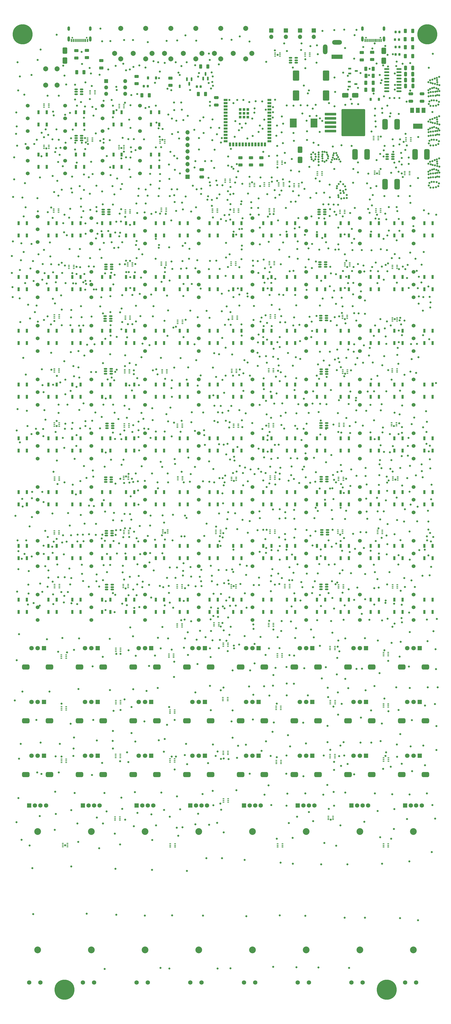
<source format=gbr>
%TF.GenerationSoftware,KiCad,Pcbnew,7.99.0-1990-g812c56bdc7*%
%TF.CreationDate,2023-08-03T23:21:48+02:00*%
%TF.ProjectId,esp32_midi,65737033-325f-46d6-9964-692e6b696361,rev?*%
%TF.SameCoordinates,Original*%
%TF.FileFunction,Soldermask,Top*%
%TF.FilePolarity,Negative*%
%FSLAX46Y46*%
G04 Gerber Fmt 4.6, Leading zero omitted, Abs format (unit mm)*
G04 Created by KiCad (PCBNEW 7.99.0-1990-g812c56bdc7) date 2023-08-03 23:21:48*
%MOMM*%
%LPD*%
G01*
G04 APERTURE LIST*
G04 Aperture macros list*
%AMRoundRect*
0 Rectangle with rounded corners*
0 $1 Rounding radius*
0 $2 $3 $4 $5 $6 $7 $8 $9 X,Y pos of 4 corners*
0 Add a 4 corners polygon primitive as box body*
4,1,4,$2,$3,$4,$5,$6,$7,$8,$9,$2,$3,0*
0 Add four circle primitives for the rounded corners*
1,1,$1+$1,$2,$3*
1,1,$1+$1,$4,$5*
1,1,$1+$1,$6,$7*
1,1,$1+$1,$8,$9*
0 Add four rect primitives between the rounded corners*
20,1,$1+$1,$2,$3,$4,$5,0*
20,1,$1+$1,$4,$5,$6,$7,0*
20,1,$1+$1,$6,$7,$8,$9,0*
20,1,$1+$1,$8,$9,$2,$3,0*%
G04 Aperture macros list end*
%ADD10RoundRect,0.150000X-0.512500X-0.150000X0.512500X-0.150000X0.512500X0.150000X-0.512500X0.150000X0*%
%ADD11R,0.900000X1.500000*%
%ADD12C,1.524000*%
%ADD13R,0.650000X0.400000*%
%ADD14RoundRect,0.218750X-0.218750X-0.256250X0.218750X-0.256250X0.218750X0.256250X-0.218750X0.256250X0*%
%ADD15R,1.750000X1.750000*%
%ADD16C,1.750000*%
%ADD17C,2.700000*%
%ADD18R,1.800000X1.800000*%
%ADD19C,1.800000*%
%ADD20RoundRect,0.500000X-1.000000X0.500000X-1.000000X-0.500000X1.000000X-0.500000X1.000000X0.500000X0*%
%ADD21C,0.900000*%
%ADD22C,8.000000*%
%ADD23R,1.700000X1.700000*%
%ADD24O,1.700000X1.700000*%
%ADD25RoundRect,0.250000X-0.650000X1.000000X-0.650000X-1.000000X0.650000X-1.000000X0.650000X1.000000X0*%
%ADD26RoundRect,0.250000X-0.625000X0.312500X-0.625000X-0.312500X0.625000X-0.312500X0.625000X0.312500X0*%
%ADD27RoundRect,0.550000X-0.550000X-1.550000X0.550000X-1.550000X0.550000X1.550000X-0.550000X1.550000X0*%
%ADD28C,0.650000*%
%ADD29O,1.000000X2.100000*%
%ADD30O,1.000000X1.800000*%
%ADD31R,0.600000X1.150000*%
%ADD32R,0.300000X1.150000*%
%ADD33RoundRect,0.250000X-0.312500X-0.625000X0.312500X-0.625000X0.312500X0.625000X-0.312500X0.625000X0*%
%ADD34RoundRect,0.250000X0.312500X0.625000X-0.312500X0.625000X-0.312500X-0.625000X0.312500X-0.625000X0*%
%ADD35RoundRect,0.250000X0.625000X-0.312500X0.625000X0.312500X-0.625000X0.312500X-0.625000X-0.312500X0*%
%ADD36RoundRect,0.250000X1.000000X-1.750000X1.000000X1.750000X-1.000000X1.750000X-1.000000X-1.750000X0*%
%ADD37R,1.600000X1.600000*%
%ADD38O,1.600000X1.600000*%
%ADD39RoundRect,0.225000X-0.225000X-0.375000X0.225000X-0.375000X0.225000X0.375000X-0.225000X0.375000X0*%
%ADD40RoundRect,0.250000X0.650000X-0.325000X0.650000X0.325000X-0.650000X0.325000X-0.650000X-0.325000X0*%
%ADD41C,2.000000*%
%ADD42R,2.700000X3.600000*%
%ADD43RoundRect,0.250000X-0.325000X-0.650000X0.325000X-0.650000X0.325000X0.650000X-0.325000X0.650000X0*%
%ADD44RoundRect,0.250000X-0.650000X0.325000X-0.650000X-0.325000X0.650000X-0.325000X0.650000X0.325000X0*%
%ADD45RoundRect,0.150000X-0.150000X0.587500X-0.150000X-0.587500X0.150000X-0.587500X0.150000X0.587500X0*%
%ADD46RoundRect,0.250000X1.000000X0.650000X-1.000000X0.650000X-1.000000X-0.650000X1.000000X-0.650000X0*%
%ADD47RoundRect,0.218750X0.218750X0.256250X-0.218750X0.256250X-0.218750X-0.256250X0.218750X-0.256250X0*%
%ADD48R,1.220000X0.650000*%
%ADD49RoundRect,0.250000X0.325000X0.650000X-0.325000X0.650000X-0.325000X-0.650000X0.325000X-0.650000X0*%
%ADD50R,4.400000X1.800000*%
%ADD51O,4.000000X1.800000*%
%ADD52O,1.800000X4.000000*%
%ADD53RoundRect,0.225000X0.225000X0.375000X-0.225000X0.375000X-0.225000X-0.375000X0.225000X-0.375000X0*%
%ADD54RoundRect,0.150000X-0.825000X-0.150000X0.825000X-0.150000X0.825000X0.150000X-0.825000X0.150000X0*%
%ADD55RoundRect,0.250000X0.650000X-1.000000X0.650000X1.000000X-0.650000X1.000000X-0.650000X-1.000000X0*%
%ADD56RoundRect,0.250000X-2.050000X-0.300000X2.050000X-0.300000X2.050000X0.300000X-2.050000X0.300000X0*%
%ADD57RoundRect,0.250002X-4.449998X-5.149998X4.449998X-5.149998X4.449998X5.149998X-4.449998X5.149998X0*%
%ADD58RoundRect,0.150000X0.150000X-0.587500X0.150000X0.587500X-0.150000X0.587500X-0.150000X-0.587500X0*%
%ADD59R,1.500000X0.900000*%
%ADD60R,1.000000X1.000000*%
%ADD61R,1.500000X2.000000*%
%ADD62R,3.800000X2.000000*%
%ADD63C,0.800000*%
G04 APERTURE END LIST*
D10*
%TO.C,U127*%
X321950000Y-65000000D03*
X321950000Y-65950000D03*
X321950000Y-66900000D03*
X324225000Y-66900000D03*
X324225000Y-65950000D03*
X324225000Y-65000000D03*
%TD*%
D11*
%TO.C,D136*%
X207850000Y-140450000D03*
X211150000Y-140450000D03*
X211150000Y-135550000D03*
X207850000Y-135550000D03*
%TD*%
D10*
%TO.C,U77*%
X209200000Y-150800000D03*
X209200000Y-151750000D03*
X209200000Y-152700000D03*
X211475000Y-152700000D03*
X211475000Y-151750000D03*
X211475000Y-150800000D03*
%TD*%
D12*
%TO.C,SW26*%
X182000000Y-133520000D03*
X182000000Y-138600000D03*
X182000000Y-143680000D03*
%TD*%
D13*
%TO.C,U62*%
X305050000Y-108350000D03*
X305050000Y-109000000D03*
X305050000Y-109650000D03*
X306950000Y-109650000D03*
X306950000Y-109000000D03*
X306950000Y-108350000D03*
%TD*%
D12*
%TO.C,SW31*%
X289500000Y-133520000D03*
X289500000Y-138600000D03*
X289500000Y-143680000D03*
%TD*%
D13*
%TO.C,U120*%
X281000000Y-237000000D03*
X281000000Y-237650000D03*
X281000000Y-238300000D03*
X282900000Y-238300000D03*
X282900000Y-237650000D03*
X282900000Y-237000000D03*
%TD*%
%TO.C,U108*%
X232150000Y-215100000D03*
X232150000Y-215750000D03*
X232150000Y-216400000D03*
X234050000Y-216400000D03*
X234050000Y-215750000D03*
X234050000Y-215100000D03*
%TD*%
D11*
%TO.C,D196*%
X336850000Y-204950000D03*
X340150000Y-204950000D03*
X340150000Y-200050000D03*
X336850000Y-200050000D03*
%TD*%
%TO.C,D184*%
X207850000Y-204950000D03*
X211150000Y-204950000D03*
X211150000Y-200050000D03*
X207850000Y-200050000D03*
%TD*%
%TO.C,D177*%
X303350000Y-183450000D03*
X306650000Y-183450000D03*
X306650000Y-178550000D03*
X303350000Y-178550000D03*
%TD*%
%TO.C,D186*%
X229350000Y-204950000D03*
X232650000Y-204950000D03*
X232650000Y-200050000D03*
X229350000Y-200050000D03*
%TD*%
D12*
%TO.C,SW60*%
X225000000Y-219520000D03*
X225000000Y-224600000D03*
X225000000Y-229680000D03*
%TD*%
D11*
%TO.C,D215*%
X195850000Y-247950000D03*
X199150000Y-247950000D03*
X199150000Y-243050000D03*
X195850000Y-243050000D03*
%TD*%
D12*
%TO.C,SW6*%
X178000000Y-62520000D03*
X178000000Y-67600000D03*
X178000000Y-72680000D03*
%TD*%
%TO.C,SW52*%
X225000000Y-198020000D03*
X225000000Y-203100000D03*
X225000000Y-208180000D03*
%TD*%
D14*
%TO.C,D8*%
X325300000Y-22100000D03*
X326875000Y-22100000D03*
%TD*%
D11*
%TO.C,D143*%
X281850000Y-140450000D03*
X285150000Y-140450000D03*
X285150000Y-135550000D03*
X281850000Y-135550000D03*
%TD*%
%TO.C,D107*%
X238850000Y-97450000D03*
X242150000Y-97450000D03*
X242150000Y-92550000D03*
X238850000Y-92550000D03*
%TD*%
D13*
%TO.C,U60*%
X259450000Y-108050000D03*
X259450000Y-108700000D03*
X259450000Y-109350000D03*
X261350000Y-109350000D03*
X261350000Y-108700000D03*
X261350000Y-108050000D03*
%TD*%
D15*
%TO.C,R16*%
X178640000Y-325375000D03*
D16*
X180890000Y-325375000D03*
X178640000Y-396125000D03*
X183090000Y-325375000D03*
X185340000Y-325375000D03*
X183090000Y-396125000D03*
D17*
X181990000Y-335780000D03*
X181990000Y-383110000D03*
%TD*%
D12*
%TO.C,SW12*%
X225000000Y-90520000D03*
X225000000Y-95600000D03*
X225000000Y-100680000D03*
%TD*%
D13*
%TO.C,U128*%
X329000000Y-71850000D03*
X329000000Y-72500000D03*
X329000000Y-73150000D03*
X330900000Y-73150000D03*
X330900000Y-72500000D03*
X330900000Y-71850000D03*
%TD*%
%TO.C,U121*%
X302500000Y-237150000D03*
X302500000Y-237800000D03*
X302500000Y-238450000D03*
X304400000Y-238450000D03*
X304400000Y-237800000D03*
X304400000Y-237150000D03*
%TD*%
D11*
%TO.C,D114*%
X315350000Y-97450000D03*
X318650000Y-97450000D03*
X318650000Y-92550000D03*
X315350000Y-92550000D03*
%TD*%
%TO.C,D208*%
X293850000Y-226450000D03*
X297150000Y-226450000D03*
X297150000Y-221550000D03*
X293850000Y-221550000D03*
%TD*%
D12*
%TO.C,SW14*%
X268000000Y-90520000D03*
X268000000Y-95600000D03*
X268000000Y-100680000D03*
%TD*%
%TO.C,SW37*%
X246500000Y-155020000D03*
X246500000Y-160100000D03*
X246500000Y-165180000D03*
%TD*%
D18*
%TO.C,R31*%
X335000000Y-262500000D03*
D19*
X332500000Y-262500000D03*
X330000000Y-262500000D03*
D20*
X337250000Y-270000000D03*
X327750000Y-270000000D03*
%TD*%
D11*
%TO.C,D209*%
X303350000Y-226450000D03*
X306650000Y-226450000D03*
X306650000Y-221550000D03*
X303350000Y-221550000D03*
%TD*%
D10*
%TO.C,U117*%
X209600000Y-237100000D03*
X209600000Y-238050000D03*
X209600000Y-239000000D03*
X211875000Y-239000000D03*
X211875000Y-238050000D03*
X211875000Y-237100000D03*
%TD*%
D12*
%TO.C,SW33*%
X332500000Y-133520000D03*
X332500000Y-138600000D03*
X332500000Y-143680000D03*
%TD*%
D11*
%TO.C,D189*%
X260350000Y-204950000D03*
X263650000Y-204950000D03*
X263650000Y-200050000D03*
X260350000Y-200050000D03*
%TD*%
D12*
%TO.C,SW36*%
X225000000Y-155020000D03*
X225000000Y-160100000D03*
X225000000Y-165180000D03*
%TD*%
D10*
%TO.C,U38*%
X197362500Y-39050000D03*
X197362500Y-40000000D03*
X197362500Y-40950000D03*
X199637500Y-40950000D03*
X199637500Y-40000000D03*
X199637500Y-39050000D03*
%TD*%
D13*
%TO.C,U67*%
X217100000Y-129700000D03*
X217100000Y-130350000D03*
X217100000Y-131000000D03*
X219000000Y-131000000D03*
X219000000Y-130350000D03*
X219000000Y-129700000D03*
%TD*%
D11*
%TO.C,D230*%
X197350000Y-53050000D03*
X200650000Y-53050000D03*
X200650000Y-48150000D03*
X197350000Y-48150000D03*
%TD*%
D21*
%TO.C,H4*%
X318750000Y-399000000D03*
X319628680Y-396878680D03*
X319628680Y-401121320D03*
X321750000Y-396000000D03*
D22*
X321750000Y-399000000D03*
D21*
X321750000Y-402000000D03*
X323871320Y-396878680D03*
X323871320Y-401121320D03*
X324750000Y-399000000D03*
%TD*%
D11*
%TO.C,D214*%
X186350000Y-247950000D03*
X189650000Y-247950000D03*
X189650000Y-243050000D03*
X186350000Y-243050000D03*
%TD*%
D12*
%TO.C,SW29*%
X246500000Y-133520000D03*
X246500000Y-138600000D03*
X246500000Y-143680000D03*
%TD*%
D18*
%TO.C,R26*%
X227500000Y-262500000D03*
D19*
X225000000Y-262500000D03*
X222500000Y-262500000D03*
D20*
X229750000Y-270000000D03*
X220250000Y-270000000D03*
%TD*%
D23*
%TO.C,SW79*%
X281400000Y-15500000D03*
D24*
X281400000Y-18040000D03*
%TD*%
D11*
%TO.C,D141*%
X260350000Y-140450000D03*
X263650000Y-140450000D03*
X263650000Y-135550000D03*
X260350000Y-135550000D03*
%TD*%
D25*
%TO.C,D82*%
X287100000Y-63200000D03*
X287100000Y-67200000D03*
%TD*%
D11*
%TO.C,D154*%
X229350000Y-161950000D03*
X232650000Y-161950000D03*
X232650000Y-157050000D03*
X229350000Y-157050000D03*
%TD*%
D13*
%TO.C,U47*%
X217100000Y-87200000D03*
X217100000Y-87850000D03*
X217100000Y-88500000D03*
X219000000Y-88500000D03*
X219000000Y-87850000D03*
X219000000Y-87200000D03*
%TD*%
D18*
%TO.C,R47*%
X335000000Y-305500000D03*
D19*
X332500000Y-305500000D03*
X330000000Y-305500000D03*
D20*
X337250000Y-313000000D03*
X327750000Y-313000000D03*
%TD*%
D12*
%TO.C,SW63*%
X289500000Y-219520000D03*
X289500000Y-224600000D03*
X289500000Y-229680000D03*
%TD*%
D11*
%TO.C,D156*%
X250850000Y-161950000D03*
X254150000Y-161950000D03*
X254150000Y-157050000D03*
X250850000Y-157050000D03*
%TD*%
%TO.C,D173*%
X260350000Y-183450000D03*
X263650000Y-183450000D03*
X263650000Y-178550000D03*
X260350000Y-178550000D03*
%TD*%
%TO.C,D227*%
X324850000Y-247950000D03*
X328150000Y-247950000D03*
X328150000Y-243050000D03*
X324850000Y-243050000D03*
%TD*%
D26*
%TO.C,R3*%
X221600000Y-33837500D03*
X221600000Y-36762500D03*
%TD*%
D13*
%TO.C,U101*%
X302500000Y-194100000D03*
X302500000Y-194750000D03*
X302500000Y-195400000D03*
X304400000Y-195400000D03*
X304400000Y-194750000D03*
X304400000Y-194100000D03*
%TD*%
D12*
%TO.C,SW10*%
X182000000Y-89920000D03*
X182000000Y-95000000D03*
X182000000Y-100080000D03*
%TD*%
D18*
%TO.C,R29*%
X292000000Y-262500000D03*
D19*
X289500000Y-262500000D03*
X287000000Y-262500000D03*
D20*
X294250000Y-270000000D03*
X284750000Y-270000000D03*
%TD*%
D11*
%TO.C,D139*%
X238850000Y-140450000D03*
X242150000Y-140450000D03*
X242150000Y-135550000D03*
X238850000Y-135550000D03*
%TD*%
%TO.C,D170*%
X229350000Y-183450000D03*
X232650000Y-183450000D03*
X232650000Y-178550000D03*
X229350000Y-178550000D03*
%TD*%
D13*
%TO.C,U40*%
X231000000Y-59200000D03*
X231000000Y-59850000D03*
X231000000Y-60500000D03*
X232900000Y-60500000D03*
X232900000Y-59850000D03*
X232900000Y-59200000D03*
%TD*%
%TO.C,U13*%
X237900000Y-252700000D03*
X237900000Y-253350000D03*
X237900000Y-254000000D03*
X239800000Y-254000000D03*
X239800000Y-253350000D03*
X239800000Y-252700000D03*
%TD*%
D11*
%TO.C,D211*%
X324850000Y-226450000D03*
X328150000Y-226450000D03*
X328150000Y-221550000D03*
X324850000Y-221550000D03*
%TD*%
D13*
%TO.C,U80*%
X274500000Y-150700000D03*
X274500000Y-151350000D03*
X274500000Y-152000000D03*
X276400000Y-152000000D03*
X276400000Y-151350000D03*
X276400000Y-150700000D03*
%TD*%
%TO.C,U23*%
X235000000Y-287200000D03*
X235000000Y-287850000D03*
X235000000Y-288500000D03*
X236900000Y-288500000D03*
X236900000Y-287850000D03*
X236900000Y-287200000D03*
%TD*%
D27*
%TO.C,SW74*%
X313900000Y-65000000D03*
X309100000Y-65000000D03*
%TD*%
D13*
%TO.C,U105*%
X188650000Y-215550000D03*
X188650000Y-216200000D03*
X188650000Y-216850000D03*
X190550000Y-216850000D03*
X190550000Y-216200000D03*
X190550000Y-215550000D03*
%TD*%
D28*
%TO.C,USBC1*%
X319225000Y-18387500D03*
X313445000Y-18387500D03*
D29*
X320655000Y-18887500D03*
D30*
X320655000Y-14707500D03*
X312015000Y-14707500D03*
D29*
X312015000Y-18887500D03*
D31*
X319535000Y-19447500D03*
X318735000Y-19447500D03*
D32*
X317585000Y-19447500D03*
X316585000Y-19447500D03*
X316085000Y-19447500D03*
X315085000Y-19447500D03*
D31*
X313135000Y-19447500D03*
X313935000Y-19447500D03*
D32*
X314585000Y-19447500D03*
X315585000Y-19447500D03*
X317085000Y-19447500D03*
X318085000Y-19447500D03*
%TD*%
D11*
%TO.C,D119*%
X195850000Y-118950000D03*
X199150000Y-118950000D03*
X199150000Y-114050000D03*
X195850000Y-114050000D03*
%TD*%
%TO.C,D224*%
X293850000Y-247950000D03*
X297150000Y-247950000D03*
X297150000Y-243050000D03*
X293850000Y-243050000D03*
%TD*%
D33*
%TO.C,R6*%
X313447500Y-33600000D03*
X316372500Y-33600000D03*
%TD*%
D12*
%TO.C,SW7*%
X193000000Y-62520000D03*
X193000000Y-67600000D03*
X193000000Y-72680000D03*
%TD*%
D11*
%TO.C,D162*%
X315350000Y-161950000D03*
X318650000Y-161950000D03*
X318650000Y-157050000D03*
X315350000Y-157050000D03*
%TD*%
D10*
%TO.C,U58*%
X209362500Y-109050000D03*
X209362500Y-110000000D03*
X209362500Y-110950000D03*
X211637500Y-110950000D03*
X211637500Y-110000000D03*
X211637500Y-109050000D03*
%TD*%
D34*
%TO.C,R1*%
X200562500Y-32200000D03*
X197637500Y-32200000D03*
%TD*%
D11*
%TO.C,D164*%
X336850000Y-161950000D03*
X340150000Y-161950000D03*
X340150000Y-157050000D03*
X336850000Y-157050000D03*
%TD*%
%TO.C,D169*%
X217350000Y-183450000D03*
X220650000Y-183450000D03*
X220650000Y-178550000D03*
X217350000Y-178550000D03*
%TD*%
%TO.C,D202*%
X229350000Y-226450000D03*
X232650000Y-226450000D03*
X232650000Y-221550000D03*
X229350000Y-221550000D03*
%TD*%
D18*
%TO.C,R39*%
X335000000Y-284000000D03*
D19*
X332500000Y-284000000D03*
X330000000Y-284000000D03*
D20*
X337250000Y-291500000D03*
X327750000Y-291500000D03*
%TD*%
D12*
%TO.C,SW61*%
X246500000Y-219520000D03*
X246500000Y-224600000D03*
X246500000Y-229680000D03*
%TD*%
D13*
%TO.C,U131*%
X329500000Y-58350000D03*
X329500000Y-59000000D03*
X329500000Y-59650000D03*
X331400000Y-59650000D03*
X331400000Y-59000000D03*
X331400000Y-58350000D03*
%TD*%
D12*
%TO.C,SW42*%
X182000000Y-176520000D03*
X182000000Y-181600000D03*
X182000000Y-186680000D03*
%TD*%
D10*
%TO.C,U43*%
X197362500Y-57550000D03*
X197362500Y-58500000D03*
X197362500Y-59450000D03*
X199637500Y-59450000D03*
X199637500Y-58500000D03*
X199637500Y-57550000D03*
%TD*%
D13*
%TO.C,U55*%
X257100000Y-74900000D03*
X257100000Y-75550000D03*
X257100000Y-76200000D03*
X259000000Y-76200000D03*
X259000000Y-75550000D03*
X259000000Y-74900000D03*
%TD*%
D11*
%TO.C,D190*%
X272350000Y-204950000D03*
X275650000Y-204950000D03*
X275650000Y-200050000D03*
X272350000Y-200050000D03*
%TD*%
D18*
%TO.C,R38*%
X313500000Y-284000000D03*
D19*
X311000000Y-284000000D03*
X308500000Y-284000000D03*
D20*
X315750000Y-291500000D03*
X306250000Y-291500000D03*
%TD*%
D11*
%TO.C,D121*%
X217350000Y-118950000D03*
X220650000Y-118950000D03*
X220650000Y-114050000D03*
X217350000Y-114050000D03*
%TD*%
D14*
%TO.C,D6*%
X325300000Y-16100000D03*
X326875000Y-16100000D03*
%TD*%
D35*
%TO.C,R52*%
X197500000Y-26462500D03*
X197500000Y-23537500D03*
%TD*%
D11*
%TO.C,D109*%
X260350000Y-97450000D03*
X263650000Y-97450000D03*
X263650000Y-92550000D03*
X260350000Y-92550000D03*
%TD*%
D13*
%TO.C,U130*%
X277100000Y-24430000D03*
X277100000Y-25080000D03*
X277100000Y-25730000D03*
X279000000Y-25730000D03*
X279000000Y-25080000D03*
X279000000Y-24430000D03*
%TD*%
D11*
%TO.C,D160*%
X293850000Y-161950000D03*
X297150000Y-161950000D03*
X297150000Y-157050000D03*
X293850000Y-157050000D03*
%TD*%
D36*
%TO.C,C5*%
X297500000Y-41500000D03*
X297500000Y-33500000D03*
%TD*%
D11*
%TO.C,D233*%
X182350000Y-70050000D03*
X185650000Y-70050000D03*
X185650000Y-65150000D03*
X182350000Y-65150000D03*
%TD*%
D15*
%TO.C,R17*%
X200140000Y-325375000D03*
D16*
X202390000Y-325375000D03*
X200140000Y-396125000D03*
X204590000Y-325375000D03*
X206840000Y-325375000D03*
X204590000Y-396125000D03*
D17*
X203490000Y-335780000D03*
X203490000Y-383110000D03*
%TD*%
D13*
%TO.C,U95*%
X188750000Y-194050000D03*
X188750000Y-194700000D03*
X188750000Y-195350000D03*
X190650000Y-195350000D03*
X190650000Y-194700000D03*
X190650000Y-194050000D03*
%TD*%
D12*
%TO.C,SW2*%
X178000000Y-45520000D03*
X178000000Y-50600000D03*
X178000000Y-55680000D03*
%TD*%
D11*
%TO.C,D165*%
X174350000Y-183450000D03*
X177650000Y-183450000D03*
X177650000Y-178550000D03*
X174350000Y-178550000D03*
%TD*%
%TO.C,D200*%
X207850000Y-226450000D03*
X211150000Y-226450000D03*
X211150000Y-221550000D03*
X207850000Y-221550000D03*
%TD*%
%TO.C,D131*%
X324850000Y-118950000D03*
X328150000Y-118950000D03*
X328150000Y-114050000D03*
X324850000Y-114050000D03*
%TD*%
%TO.C,D217*%
X217350000Y-247950000D03*
X220650000Y-247950000D03*
X220650000Y-243050000D03*
X217350000Y-243050000D03*
%TD*%
%TO.C,D229*%
X182350000Y-53050000D03*
X185650000Y-53050000D03*
X185650000Y-48150000D03*
X182350000Y-48150000D03*
%TD*%
%TO.C,D207*%
X281850000Y-226450000D03*
X285150000Y-226450000D03*
X285150000Y-221550000D03*
X281850000Y-221550000D03*
%TD*%
D18*
%TO.C,R25*%
X206000000Y-262500000D03*
D19*
X203500000Y-262500000D03*
X201000000Y-262500000D03*
D20*
X208250000Y-270000000D03*
X198750000Y-270000000D03*
%TD*%
D11*
%TO.C,D182*%
X186350000Y-204950000D03*
X189650000Y-204950000D03*
X189650000Y-200050000D03*
X186350000Y-200050000D03*
%TD*%
D37*
%TO.C,U4*%
X209400000Y-35700000D03*
D38*
X209400000Y-38240000D03*
X209400000Y-40780000D03*
X217020000Y-40780000D03*
X217020000Y-38240000D03*
X217020000Y-35700000D03*
%TD*%
D14*
%TO.C,D9*%
X325300000Y-25100000D03*
X326875000Y-25100000D03*
%TD*%
D33*
%TO.C,R9*%
X313437500Y-30800000D03*
X316362500Y-30800000D03*
%TD*%
D11*
%TO.C,D140*%
X250850000Y-140450000D03*
X254150000Y-140450000D03*
X254150000Y-135550000D03*
X250850000Y-135550000D03*
%TD*%
%TO.C,D228*%
X336850000Y-247950000D03*
X340150000Y-247950000D03*
X340150000Y-243050000D03*
X336850000Y-243050000D03*
%TD*%
D13*
%TO.C,U37*%
X203000000Y-39500000D03*
X203000000Y-40150000D03*
X203000000Y-40800000D03*
X204900000Y-40800000D03*
X204900000Y-40150000D03*
X204900000Y-39500000D03*
%TD*%
D11*
%TO.C,D110*%
X272350000Y-97450000D03*
X275650000Y-97450000D03*
X275650000Y-92550000D03*
X272350000Y-92550000D03*
%TD*%
D13*
%TO.C,U75*%
X188650000Y-150750000D03*
X188650000Y-151400000D03*
X188650000Y-152050000D03*
X190550000Y-152050000D03*
X190550000Y-151400000D03*
X190550000Y-150750000D03*
%TD*%
%TO.C,U20*%
X320500000Y-264200000D03*
X320500000Y-264850000D03*
X320500000Y-265500000D03*
X322400000Y-265500000D03*
X322400000Y-264850000D03*
X322400000Y-264200000D03*
%TD*%
D11*
%TO.C,D130*%
X315350000Y-118950000D03*
X318650000Y-118950000D03*
X318650000Y-114050000D03*
X315350000Y-114050000D03*
%TD*%
D13*
%TO.C,U119*%
X259550000Y-237100000D03*
X259550000Y-237750000D03*
X259550000Y-238400000D03*
X261450000Y-238400000D03*
X261450000Y-237750000D03*
X261450000Y-237100000D03*
%TD*%
D12*
%TO.C,SW38*%
X268000000Y-155020000D03*
X268000000Y-160100000D03*
X268000000Y-165180000D03*
%TD*%
D11*
%TO.C,D104*%
X207850000Y-97450000D03*
X211150000Y-97450000D03*
X211150000Y-92550000D03*
X207850000Y-92550000D03*
%TD*%
%TO.C,D163*%
X324850000Y-161950000D03*
X328150000Y-161950000D03*
X328150000Y-157050000D03*
X324850000Y-157050000D03*
%TD*%
D12*
%TO.C,SW50*%
X182000000Y-198020000D03*
X182000000Y-203100000D03*
X182000000Y-208180000D03*
%TD*%
%TO.C,SW73*%
X332500000Y-241020000D03*
X332500000Y-246100000D03*
X332500000Y-251180000D03*
%TD*%
D13*
%TO.C,U70*%
X260000000Y-129700000D03*
X260000000Y-130350000D03*
X260000000Y-131000000D03*
X261900000Y-131000000D03*
X261900000Y-130350000D03*
X261900000Y-129700000D03*
%TD*%
D11*
%TO.C,D138*%
X229350000Y-140450000D03*
X232650000Y-140450000D03*
X232650000Y-135550000D03*
X229350000Y-135550000D03*
%TD*%
%TO.C,D231*%
X212350000Y-53050000D03*
X215650000Y-53050000D03*
X215650000Y-48150000D03*
X212350000Y-48150000D03*
%TD*%
D13*
%TO.C,U109*%
X253350000Y-215350000D03*
X253350000Y-216000000D03*
X253350000Y-216650000D03*
X255250000Y-216650000D03*
X255250000Y-216000000D03*
X255250000Y-215350000D03*
%TD*%
D12*
%TO.C,SW48*%
X311000000Y-176520000D03*
X311000000Y-181600000D03*
X311000000Y-186680000D03*
%TD*%
D11*
%TO.C,D115*%
X324850000Y-97450000D03*
X328150000Y-97450000D03*
X328150000Y-92550000D03*
X324850000Y-92550000D03*
%TD*%
%TO.C,D128*%
X293850000Y-118950000D03*
X297150000Y-118950000D03*
X297150000Y-114050000D03*
X293850000Y-114050000D03*
%TD*%
D12*
%TO.C,SW32*%
X311000000Y-133520000D03*
X311000000Y-138600000D03*
X311000000Y-143680000D03*
%TD*%
%TO.C,SW72*%
X311000000Y-241020000D03*
X311000000Y-246100000D03*
X311000000Y-251180000D03*
%TD*%
D10*
%TO.C,U48*%
X208225000Y-87100000D03*
X208225000Y-88050000D03*
X208225000Y-89000000D03*
X210500000Y-89000000D03*
X210500000Y-88050000D03*
X210500000Y-87100000D03*
%TD*%
D18*
%TO.C,R46*%
X313500000Y-305500000D03*
D19*
X311000000Y-305500000D03*
X308500000Y-305500000D03*
D20*
X315750000Y-313000000D03*
X306250000Y-313000000D03*
%TD*%
D11*
%TO.C,D126*%
X272350000Y-118950000D03*
X275650000Y-118950000D03*
X275650000Y-114050000D03*
X272350000Y-114050000D03*
%TD*%
D13*
%TO.C,U84*%
X272800000Y-76400000D03*
X272800000Y-77050000D03*
X272800000Y-77700000D03*
X274700000Y-77700000D03*
X274700000Y-77050000D03*
X274700000Y-76400000D03*
%TD*%
D11*
%TO.C,D148*%
X336850000Y-140450000D03*
X340150000Y-140450000D03*
X340150000Y-135550000D03*
X336850000Y-135550000D03*
%TD*%
D23*
%TO.C,SW81*%
X292550000Y-15500000D03*
D24*
X292550000Y-18040000D03*
%TD*%
D13*
%TO.C,U19*%
X299100000Y-261800000D03*
X299100000Y-262450000D03*
X299100000Y-263100000D03*
X301000000Y-263100000D03*
X301000000Y-262450000D03*
X301000000Y-261800000D03*
%TD*%
D12*
%TO.C,SW35*%
X203500000Y-155020000D03*
X203500000Y-160100000D03*
X203500000Y-165180000D03*
%TD*%
D39*
%TO.C,D5*%
X226150000Y-34500000D03*
X229450000Y-34500000D03*
%TD*%
D12*
%TO.C,SW13*%
X246500000Y-90520000D03*
X246500000Y-95600000D03*
X246500000Y-100680000D03*
%TD*%
D13*
%TO.C,U113*%
X318100000Y-215350000D03*
X318100000Y-216000000D03*
X318100000Y-216650000D03*
X320000000Y-216650000D03*
X320000000Y-216000000D03*
X320000000Y-215350000D03*
%TD*%
D40*
%TO.C,C1*%
X253500000Y-45295000D03*
X253500000Y-42345000D03*
%TD*%
D11*
%TO.C,D117*%
X174350000Y-118950000D03*
X177650000Y-118950000D03*
X177650000Y-114050000D03*
X174350000Y-114050000D03*
%TD*%
D15*
%TO.C,R22*%
X307640000Y-325375000D03*
D16*
X309890000Y-325375000D03*
X307640000Y-396125000D03*
X312090000Y-325375000D03*
X314340000Y-325375000D03*
X312090000Y-396125000D03*
D17*
X310990000Y-335780000D03*
X310990000Y-383110000D03*
%TD*%
D12*
%TO.C,SW69*%
X246500000Y-241020000D03*
X246500000Y-246100000D03*
X246500000Y-251180000D03*
%TD*%
D18*
%TO.C,R44*%
X270500000Y-305500000D03*
D19*
X268000000Y-305500000D03*
X265500000Y-305500000D03*
D20*
X272750000Y-313000000D03*
X263250000Y-313000000D03*
%TD*%
D13*
%TO.C,U86*%
X216700000Y-172750000D03*
X216700000Y-173400000D03*
X216700000Y-174050000D03*
X218600000Y-174050000D03*
X218600000Y-173400000D03*
X218600000Y-172750000D03*
%TD*%
%TO.C,U74*%
X324050000Y-130350000D03*
X324050000Y-131000000D03*
X324050000Y-131650000D03*
X325950000Y-131650000D03*
X325950000Y-131000000D03*
X325950000Y-130350000D03*
%TD*%
D14*
%TO.C,D237*%
X224512500Y-37800000D03*
X226087500Y-37800000D03*
%TD*%
D11*
%TO.C,D166*%
X186350000Y-183450000D03*
X189650000Y-183450000D03*
X189650000Y-178550000D03*
X186350000Y-178550000D03*
%TD*%
D41*
%TO.C,J4*%
X252800000Y-24622500D03*
X260300000Y-24622500D03*
X267800000Y-24622500D03*
X255300000Y-26822500D03*
X265300000Y-26822500D03*
X265300000Y-14622500D03*
X255300000Y-14622500D03*
%TD*%
D33*
%TO.C,R2*%
X247237500Y-29850000D03*
X250162500Y-29850000D03*
%TD*%
D42*
%TO.C,L1*%
X284350000Y-52500000D03*
X292650000Y-52500000D03*
%TD*%
D11*
%TO.C,D178*%
X315350000Y-183450000D03*
X318650000Y-183450000D03*
X318650000Y-178550000D03*
X315350000Y-178550000D03*
%TD*%
%TO.C,D125*%
X260350000Y-118950000D03*
X263650000Y-118950000D03*
X263650000Y-114050000D03*
X260350000Y-114050000D03*
%TD*%
D13*
%TO.C,U69*%
X238050000Y-131350000D03*
X238050000Y-132000000D03*
X238050000Y-132650000D03*
X239950000Y-132650000D03*
X239950000Y-132000000D03*
X239950000Y-131350000D03*
%TD*%
%TO.C,U96*%
X216450000Y-193700000D03*
X216450000Y-194350000D03*
X216450000Y-195000000D03*
X218350000Y-195000000D03*
X218350000Y-194350000D03*
X218350000Y-193700000D03*
%TD*%
D33*
%TO.C,R10*%
X313437500Y-36400000D03*
X316362500Y-36400000D03*
%TD*%
D13*
%TO.C,U46*%
X188450000Y-86850000D03*
X188450000Y-87500000D03*
X188450000Y-88150000D03*
X190350000Y-88150000D03*
X190350000Y-87500000D03*
X190350000Y-86850000D03*
%TD*%
D23*
%TO.C,J1*%
X242000000Y-74000000D03*
D24*
X242000000Y-71460000D03*
X242000000Y-68920000D03*
X242000000Y-66380000D03*
X242000000Y-63840000D03*
X242000000Y-61300000D03*
X242000000Y-58760000D03*
X242000000Y-56220000D03*
%TD*%
D11*
%TO.C,D102*%
X186350000Y-97450000D03*
X189650000Y-97450000D03*
X189650000Y-92550000D03*
X186350000Y-92550000D03*
%TD*%
%TO.C,D161*%
X303350000Y-161950000D03*
X306650000Y-161950000D03*
X306650000Y-157050000D03*
X303350000Y-157050000D03*
%TD*%
%TO.C,D106*%
X229350000Y-97450000D03*
X232650000Y-97450000D03*
X232650000Y-92550000D03*
X229350000Y-92550000D03*
%TD*%
D18*
%TO.C,R45*%
X292000000Y-305500000D03*
D19*
X289500000Y-305500000D03*
X287000000Y-305500000D03*
D20*
X294250000Y-313000000D03*
X284750000Y-313000000D03*
%TD*%
D13*
%TO.C,U71*%
X275200000Y-129150000D03*
X275200000Y-129800000D03*
X275200000Y-130450000D03*
X277100000Y-130450000D03*
X277100000Y-129800000D03*
X277100000Y-129150000D03*
%TD*%
D12*
%TO.C,SW49*%
X332500000Y-176520000D03*
X332500000Y-181600000D03*
X332500000Y-186680000D03*
%TD*%
D43*
%TO.C,C10*%
X329325000Y-37700000D03*
X332275000Y-37700000D03*
%TD*%
D13*
%TO.C,U118*%
X237900000Y-237100000D03*
X237900000Y-237750000D03*
X237900000Y-238400000D03*
X239800000Y-238400000D03*
X239800000Y-237750000D03*
X239800000Y-237100000D03*
%TD*%
%TO.C,U17*%
X256300000Y-260400000D03*
X256300000Y-261050000D03*
X256300000Y-261700000D03*
X258200000Y-261700000D03*
X258200000Y-261050000D03*
X258200000Y-260400000D03*
%TD*%
D12*
%TO.C,SW21*%
X246500000Y-112020000D03*
X246500000Y-117100000D03*
X246500000Y-122180000D03*
%TD*%
D23*
%TO.C,SW80*%
X287050000Y-15500000D03*
D24*
X287050000Y-18040000D03*
%TD*%
D13*
%TO.C,U65*%
X266900000Y-76600000D03*
X266900000Y-77250000D03*
X266900000Y-77900000D03*
X268800000Y-77900000D03*
X268800000Y-77250000D03*
X268800000Y-76600000D03*
%TD*%
%TO.C,U44*%
X214600000Y-61500000D03*
X214600000Y-62150000D03*
X214600000Y-62800000D03*
X216500000Y-62800000D03*
X216500000Y-62150000D03*
X216500000Y-61500000D03*
%TD*%
D10*
%TO.C,U73*%
X295375000Y-129500000D03*
X295375000Y-130450000D03*
X295375000Y-131400000D03*
X297650000Y-131400000D03*
X297650000Y-130450000D03*
X297650000Y-129500000D03*
%TD*%
D12*
%TO.C,SW68*%
X225000000Y-241020000D03*
X225000000Y-246100000D03*
X225000000Y-251180000D03*
%TD*%
D18*
%TO.C,R34*%
X227500000Y-284000000D03*
D19*
X225000000Y-284000000D03*
X222500000Y-284000000D03*
D20*
X229750000Y-291500000D03*
X220250000Y-291500000D03*
%TD*%
D13*
%TO.C,U114*%
X252625000Y-252300000D03*
X252625000Y-252950000D03*
X252625000Y-253600000D03*
X254525000Y-253600000D03*
X254525000Y-252950000D03*
X254525000Y-252300000D03*
%TD*%
D27*
%TO.C,SW75*%
X325900000Y-53000000D03*
X321100000Y-53000000D03*
%TD*%
D13*
%TO.C,U25*%
X277500000Y-285700000D03*
X277500000Y-286350000D03*
X277500000Y-287000000D03*
X279400000Y-287000000D03*
X279400000Y-286350000D03*
X279400000Y-285700000D03*
%TD*%
D10*
%TO.C,U87*%
X209775000Y-172600000D03*
X209775000Y-173550000D03*
X209775000Y-174500000D03*
X212050000Y-174500000D03*
X212050000Y-173550000D03*
X212050000Y-172600000D03*
%TD*%
D11*
%TO.C,D192*%
X293850000Y-204950000D03*
X297150000Y-204950000D03*
X297150000Y-200050000D03*
X293850000Y-200050000D03*
%TD*%
D18*
%TO.C,R30*%
X313500000Y-262500000D03*
D19*
X311000000Y-262500000D03*
X308500000Y-262500000D03*
D20*
X315750000Y-270000000D03*
X306250000Y-270000000D03*
%TD*%
D28*
%TO.C,USBC2*%
X201635000Y-18387500D03*
X195855000Y-18387500D03*
D29*
X203065000Y-18887500D03*
D30*
X203065000Y-14707500D03*
X194425000Y-14707500D03*
D29*
X194425000Y-18887500D03*
D31*
X201945000Y-19447500D03*
X201145000Y-19447500D03*
D32*
X199995000Y-19447500D03*
X198995000Y-19447500D03*
X198495000Y-19447500D03*
X197495000Y-19447500D03*
D31*
X195545000Y-19447500D03*
X196345000Y-19447500D03*
D32*
X196995000Y-19447500D03*
X197995000Y-19447500D03*
X199495000Y-19447500D03*
X200495000Y-19447500D03*
%TD*%
D12*
%TO.C,SW58*%
X182000000Y-219520000D03*
X182000000Y-224600000D03*
X182000000Y-229680000D03*
%TD*%
D44*
%TO.C,C2*%
X247700000Y-71125000D03*
X247700000Y-74075000D03*
%TD*%
D11*
%TO.C,D127*%
X281850000Y-118950000D03*
X285150000Y-118950000D03*
X285150000Y-114050000D03*
X281850000Y-114050000D03*
%TD*%
D45*
%TO.C,Q4*%
X243650000Y-34962500D03*
X241750000Y-34962500D03*
X242700000Y-36837500D03*
%TD*%
D11*
%TO.C,D118*%
X186350000Y-118950000D03*
X189650000Y-118950000D03*
X189650000Y-114050000D03*
X186350000Y-114050000D03*
%TD*%
D21*
%TO.C,H2*%
X335000000Y-17000000D03*
X335878680Y-14878680D03*
X335878680Y-19121320D03*
X338000000Y-14000000D03*
D22*
X338000000Y-17000000D03*
D21*
X338000000Y-20000000D03*
X340121320Y-14878680D03*
X340121320Y-19121320D03*
X341000000Y-17000000D03*
%TD*%
D13*
%TO.C,U11*%
X298400000Y-329700000D03*
X298400000Y-330350000D03*
X298400000Y-331000000D03*
X300300000Y-331000000D03*
X300300000Y-330350000D03*
X300300000Y-329700000D03*
%TD*%
D40*
%TO.C,C3*%
X331400000Y-43775000D03*
X331400000Y-40825000D03*
%TD*%
D10*
%TO.C,U132*%
X283262500Y-26450000D03*
X283262500Y-27400000D03*
X283262500Y-28350000D03*
X285537500Y-28350000D03*
X285537500Y-27400000D03*
X285537500Y-26450000D03*
%TD*%
D13*
%TO.C,U94*%
X279900000Y-69000000D03*
X279900000Y-68350000D03*
X279900000Y-67700000D03*
X278000000Y-67700000D03*
X278000000Y-68350000D03*
X278000000Y-69000000D03*
%TD*%
D12*
%TO.C,SW30*%
X268000000Y-133520000D03*
X268000000Y-138600000D03*
X268000000Y-143680000D03*
%TD*%
D11*
%TO.C,D180*%
X336850000Y-183450000D03*
X340150000Y-183450000D03*
X340150000Y-178550000D03*
X336850000Y-178550000D03*
%TD*%
%TO.C,D201*%
X217350000Y-226450000D03*
X220650000Y-226450000D03*
X220650000Y-221550000D03*
X217350000Y-221550000D03*
%TD*%
D13*
%TO.C,U78*%
X231850000Y-151100000D03*
X231850000Y-151750000D03*
X231850000Y-152400000D03*
X233750000Y-152400000D03*
X233750000Y-151750000D03*
X233750000Y-151100000D03*
%TD*%
%TO.C,U35*%
X320550000Y-306350000D03*
X320550000Y-307000000D03*
X320550000Y-307650000D03*
X322450000Y-307650000D03*
X322450000Y-307000000D03*
X322450000Y-306350000D03*
%TD*%
%TO.C,U22*%
X213300000Y-283400000D03*
X213300000Y-284050000D03*
X213300000Y-284700000D03*
X215200000Y-284700000D03*
X215200000Y-284050000D03*
X215200000Y-283400000D03*
%TD*%
D12*
%TO.C,SW46*%
X268000000Y-176520000D03*
X268000000Y-181600000D03*
X268000000Y-186680000D03*
%TD*%
%TO.C,SW55*%
X289500000Y-198020000D03*
X289500000Y-203100000D03*
X289500000Y-208180000D03*
%TD*%
D11*
%TO.C,D188*%
X250850000Y-204950000D03*
X254150000Y-204950000D03*
X254150000Y-200050000D03*
X250850000Y-200050000D03*
%TD*%
%TO.C,D168*%
X207850000Y-183450000D03*
X211150000Y-183450000D03*
X211150000Y-178550000D03*
X207850000Y-178550000D03*
%TD*%
D10*
%TO.C,U68*%
X208975000Y-129750000D03*
X208975000Y-130700000D03*
X208975000Y-131650000D03*
X211250000Y-131650000D03*
X211250000Y-130700000D03*
X211250000Y-129750000D03*
%TD*%
D11*
%TO.C,D137*%
X217350000Y-140450000D03*
X220650000Y-140450000D03*
X220650000Y-135550000D03*
X217350000Y-135550000D03*
%TD*%
D40*
%TO.C,C6*%
X335900000Y-43775000D03*
X335900000Y-40825000D03*
%TD*%
D13*
%TO.C,U111*%
X302200000Y-215250000D03*
X302200000Y-215900000D03*
X302200000Y-216550000D03*
X304100000Y-216550000D03*
X304100000Y-215900000D03*
X304100000Y-215250000D03*
%TD*%
D11*
%TO.C,D142*%
X272350000Y-140450000D03*
X275650000Y-140450000D03*
X275650000Y-135550000D03*
X272350000Y-135550000D03*
%TD*%
D13*
%TO.C,U133*%
X289100000Y-24430000D03*
X289100000Y-25080000D03*
X289100000Y-25730000D03*
X291000000Y-25730000D03*
X291000000Y-25080000D03*
X291000000Y-24430000D03*
%TD*%
D46*
%TO.C,D2*%
X309150000Y-41400000D03*
X305150000Y-41400000D03*
%TD*%
D12*
%TO.C,SW45*%
X246500000Y-176520000D03*
X246500000Y-181600000D03*
X246500000Y-186680000D03*
%TD*%
D47*
%TO.C,D238*%
X247287500Y-37960000D03*
X245712500Y-37960000D03*
%TD*%
D34*
%TO.C,R13*%
X332162500Y-22200000D03*
X329237500Y-22200000D03*
%TD*%
D11*
%TO.C,D191*%
X281850000Y-204950000D03*
X285150000Y-204950000D03*
X285150000Y-200050000D03*
X281850000Y-200050000D03*
%TD*%
D12*
%TO.C,SW56*%
X311000000Y-198020000D03*
X311000000Y-203100000D03*
X311000000Y-208180000D03*
%TD*%
%TO.C,SW57*%
X332500000Y-198020000D03*
X332500000Y-203100000D03*
X332500000Y-208180000D03*
%TD*%
D11*
%TO.C,D167*%
X195850000Y-183450000D03*
X199150000Y-183450000D03*
X199150000Y-178550000D03*
X195850000Y-178550000D03*
%TD*%
%TO.C,D134*%
X186350000Y-140450000D03*
X189650000Y-140450000D03*
X189650000Y-135550000D03*
X186350000Y-135550000D03*
%TD*%
%TO.C,D205*%
X260350000Y-226450000D03*
X263650000Y-226450000D03*
X263650000Y-221550000D03*
X260350000Y-221550000D03*
%TD*%
D35*
%TO.C,R15*%
X235200000Y-37462500D03*
X235200000Y-34537500D03*
%TD*%
D13*
%TO.C,U61*%
X274800000Y-107850000D03*
X274800000Y-108500000D03*
X274800000Y-109150000D03*
X276700000Y-109150000D03*
X276700000Y-108500000D03*
X276700000Y-107850000D03*
%TD*%
D10*
%TO.C,U107*%
X209525000Y-215550000D03*
X209525000Y-216500000D03*
X209525000Y-217450000D03*
X211800000Y-217450000D03*
X211800000Y-216500000D03*
X211800000Y-215550000D03*
%TD*%
D11*
%TO.C,D222*%
X272350000Y-247950000D03*
X275650000Y-247950000D03*
X275650000Y-243050000D03*
X272350000Y-243050000D03*
%TD*%
%TO.C,D204*%
X250850000Y-226450000D03*
X254150000Y-226450000D03*
X254150000Y-221550000D03*
X250850000Y-221550000D03*
%TD*%
D13*
%TO.C,U7*%
X213000000Y-329950000D03*
X213000000Y-330600000D03*
X213000000Y-331250000D03*
X214900000Y-331250000D03*
X214900000Y-330600000D03*
X214900000Y-329950000D03*
%TD*%
%TO.C,U57*%
X218050000Y-108350000D03*
X218050000Y-109000000D03*
X218050000Y-109650000D03*
X219950000Y-109650000D03*
X219950000Y-109000000D03*
X219950000Y-108350000D03*
%TD*%
D12*
%TO.C,SW34*%
X182000000Y-155020000D03*
X182000000Y-160100000D03*
X182000000Y-165180000D03*
%TD*%
D11*
%TO.C,D236*%
X227350000Y-70050000D03*
X230650000Y-70050000D03*
X230650000Y-65150000D03*
X227350000Y-65150000D03*
%TD*%
D13*
%TO.C,U85*%
X188700000Y-172400000D03*
X188700000Y-173050000D03*
X188700000Y-173700000D03*
X190600000Y-173700000D03*
X190600000Y-173050000D03*
X190600000Y-172400000D03*
%TD*%
%TO.C,U106*%
X216550000Y-215400000D03*
X216550000Y-216050000D03*
X216550000Y-216700000D03*
X218450000Y-216700000D03*
X218450000Y-216050000D03*
X218450000Y-215400000D03*
%TD*%
D11*
%TO.C,D197*%
X174350000Y-226450000D03*
X177650000Y-226450000D03*
X177650000Y-221550000D03*
X174350000Y-221550000D03*
%TD*%
D13*
%TO.C,U56*%
X194550000Y-109350000D03*
X194550000Y-110000000D03*
X194550000Y-110650000D03*
X196450000Y-110650000D03*
X196450000Y-110000000D03*
X196450000Y-109350000D03*
%TD*%
D34*
%TO.C,R11*%
X332162500Y-15700000D03*
X329237500Y-15700000D03*
%TD*%
D13*
%TO.C,U39*%
X214675000Y-45075000D03*
X214675000Y-45725000D03*
X214675000Y-46375000D03*
X216575000Y-46375000D03*
X216575000Y-45725000D03*
X216575000Y-45075000D03*
%TD*%
%TO.C,U59*%
X231500000Y-108125000D03*
X231500000Y-108775000D03*
X231500000Y-109425000D03*
X233400000Y-109425000D03*
X233400000Y-108775000D03*
X233400000Y-108125000D03*
%TD*%
%TO.C,U49*%
X231550000Y-86550000D03*
X231550000Y-87200000D03*
X231550000Y-87850000D03*
X233450000Y-87850000D03*
X233450000Y-87200000D03*
X233450000Y-86550000D03*
%TD*%
D11*
%TO.C,D212*%
X336850000Y-226450000D03*
X340150000Y-226450000D03*
X340150000Y-221550000D03*
X336850000Y-221550000D03*
%TD*%
D12*
%TO.C,SW71*%
X289500000Y-241020000D03*
X289500000Y-246100000D03*
X289500000Y-251180000D03*
%TD*%
%TO.C,SW25*%
X332500000Y-112020000D03*
X332500000Y-117100000D03*
X332500000Y-122180000D03*
%TD*%
D48*
%TO.C,Q2*%
X306800000Y-36000000D03*
X306800000Y-37900000D03*
X309420000Y-36950000D03*
%TD*%
D12*
%TO.C,SW41*%
X332500000Y-155020000D03*
X332500000Y-160100000D03*
X332500000Y-165180000D03*
%TD*%
%TO.C,SW4*%
X208000000Y-45520000D03*
X208000000Y-50600000D03*
X208000000Y-55680000D03*
%TD*%
D14*
%TO.C,D7*%
X325087500Y-19100000D03*
X326662500Y-19100000D03*
%TD*%
D11*
%TO.C,D185*%
X217350000Y-204950000D03*
X220650000Y-204950000D03*
X220650000Y-200050000D03*
X217350000Y-200050000D03*
%TD*%
D13*
%TO.C,U18*%
X278000000Y-264700000D03*
X278000000Y-265350000D03*
X278000000Y-266000000D03*
X279900000Y-266000000D03*
X279900000Y-265350000D03*
X279900000Y-264700000D03*
%TD*%
D10*
%TO.C,U53*%
X294725000Y-87100000D03*
X294725000Y-88050000D03*
X294725000Y-89000000D03*
X297000000Y-89000000D03*
X297000000Y-88050000D03*
X297000000Y-87100000D03*
%TD*%
D13*
%TO.C,U24*%
X256200000Y-282200000D03*
X256200000Y-282850000D03*
X256200000Y-283500000D03*
X258100000Y-283500000D03*
X258100000Y-282850000D03*
X258100000Y-282200000D03*
%TD*%
D49*
%TO.C,C8*%
X332275000Y-35300000D03*
X329325000Y-35300000D03*
%TD*%
D11*
%TO.C,D133*%
X174350000Y-140450000D03*
X177650000Y-140450000D03*
X177650000Y-135550000D03*
X174350000Y-135550000D03*
%TD*%
D35*
%TO.C,R49*%
X267400000Y-69262500D03*
X267400000Y-66337500D03*
%TD*%
D12*
%TO.C,SW24*%
X311000000Y-112020000D03*
X311000000Y-117100000D03*
X311000000Y-122180000D03*
%TD*%
D11*
%TO.C,D147*%
X324850000Y-140450000D03*
X328150000Y-140450000D03*
X328150000Y-135550000D03*
X324850000Y-135550000D03*
%TD*%
D50*
%TO.C,J2*%
X301900000Y-25997500D03*
D51*
X301900000Y-20197500D03*
D52*
X297100000Y-22997500D03*
%TD*%
D11*
%TO.C,D221*%
X260350000Y-247950000D03*
X263650000Y-247950000D03*
X263650000Y-243050000D03*
X260350000Y-243050000D03*
%TD*%
%TO.C,D206*%
X272350000Y-226450000D03*
X275650000Y-226450000D03*
X275650000Y-221550000D03*
X272350000Y-221550000D03*
%TD*%
D12*
%TO.C,SW44*%
X225000000Y-176520000D03*
X225000000Y-181600000D03*
X225000000Y-186680000D03*
%TD*%
D18*
%TO.C,R43*%
X249000000Y-305500000D03*
D19*
X246500000Y-305500000D03*
X244000000Y-305500000D03*
D20*
X251250000Y-313000000D03*
X241750000Y-313000000D03*
%TD*%
D13*
%TO.C,U64*%
X324050000Y-109350000D03*
X324050000Y-110000000D03*
X324050000Y-110650000D03*
X325950000Y-110650000D03*
X325950000Y-110000000D03*
X325950000Y-109350000D03*
%TD*%
D10*
%TO.C,U63*%
X295000000Y-108100000D03*
X295000000Y-109050000D03*
X295000000Y-110000000D03*
X297275000Y-110000000D03*
X297275000Y-109050000D03*
X297275000Y-108100000D03*
%TD*%
D13*
%TO.C,U41*%
X184550000Y-61350000D03*
X184550000Y-62000000D03*
X184550000Y-62650000D03*
X186450000Y-62650000D03*
X186450000Y-62000000D03*
X186450000Y-61350000D03*
%TD*%
%TO.C,U103*%
X324250000Y-193950000D03*
X324250000Y-194600000D03*
X324250000Y-195250000D03*
X326150000Y-195250000D03*
X326150000Y-194600000D03*
X326150000Y-193950000D03*
%TD*%
D11*
%TO.C,D194*%
X315350000Y-204950000D03*
X318650000Y-204950000D03*
X318650000Y-200050000D03*
X315350000Y-200050000D03*
%TD*%
%TO.C,D132*%
X336850000Y-118950000D03*
X340150000Y-118950000D03*
X340150000Y-114050000D03*
X336850000Y-114050000D03*
%TD*%
%TO.C,D179*%
X324850000Y-183450000D03*
X328150000Y-183450000D03*
X328150000Y-178550000D03*
X324850000Y-178550000D03*
%TD*%
D12*
%TO.C,SW16*%
X311000000Y-90520000D03*
X311000000Y-95600000D03*
X311000000Y-100680000D03*
%TD*%
D13*
%TO.C,U21*%
X191550000Y-285850000D03*
X191550000Y-286500000D03*
X191550000Y-287150000D03*
X193450000Y-287150000D03*
X193450000Y-286500000D03*
X193450000Y-285850000D03*
%TD*%
D11*
%TO.C,D220*%
X250850000Y-247950000D03*
X254150000Y-247950000D03*
X254150000Y-243050000D03*
X250850000Y-243050000D03*
%TD*%
D13*
%TO.C,U100*%
X275100000Y-193650000D03*
X275100000Y-194300000D03*
X275100000Y-194950000D03*
X277000000Y-194950000D03*
X277000000Y-194300000D03*
X277000000Y-193650000D03*
%TD*%
D27*
%TO.C,SW77*%
X325900000Y-77000000D03*
X321100000Y-77000000D03*
%TD*%
D13*
%TO.C,U32*%
X256300000Y-303700000D03*
X256300000Y-304350000D03*
X256300000Y-305000000D03*
X258200000Y-305000000D03*
X258200000Y-304350000D03*
X258200000Y-303700000D03*
%TD*%
%TO.C,U36*%
X184550000Y-44850000D03*
X184550000Y-45500000D03*
X184550000Y-46150000D03*
X186450000Y-46150000D03*
X186450000Y-45500000D03*
X186450000Y-44850000D03*
%TD*%
D18*
%TO.C,R42*%
X227500000Y-305500000D03*
D19*
X225000000Y-305500000D03*
X222500000Y-305500000D03*
D20*
X229750000Y-313000000D03*
X220250000Y-313000000D03*
%TD*%
D11*
%TO.C,D116*%
X336850000Y-97450000D03*
X340150000Y-97450000D03*
X340150000Y-92550000D03*
X336850000Y-92550000D03*
%TD*%
D12*
%TO.C,SW5*%
X223000000Y-45520000D03*
X223000000Y-50600000D03*
X223000000Y-55680000D03*
%TD*%
D10*
%TO.C,U82*%
X295500000Y-150950000D03*
X295500000Y-151900000D03*
X295500000Y-152850000D03*
X297775000Y-152850000D03*
X297775000Y-151900000D03*
X297775000Y-150950000D03*
%TD*%
D13*
%TO.C,U116*%
X216300000Y-236950000D03*
X216300000Y-237600000D03*
X216300000Y-238250000D03*
X218200000Y-238250000D03*
X218200000Y-237600000D03*
X218200000Y-236950000D03*
%TD*%
D11*
%TO.C,D158*%
X272350000Y-161950000D03*
X275650000Y-161950000D03*
X275650000Y-157050000D03*
X272350000Y-157050000D03*
%TD*%
D12*
%TO.C,SW59*%
X203500000Y-219520000D03*
X203500000Y-224600000D03*
X203500000Y-229680000D03*
%TD*%
D18*
%TO.C,R35*%
X249000000Y-284000000D03*
D19*
X246500000Y-284000000D03*
X244000000Y-284000000D03*
D20*
X251250000Y-291500000D03*
X241750000Y-291500000D03*
%TD*%
D13*
%TO.C,U89*%
X260450000Y-172850000D03*
X260450000Y-173500000D03*
X260450000Y-174150000D03*
X262350000Y-174150000D03*
X262350000Y-173500000D03*
X262350000Y-172850000D03*
%TD*%
%TO.C,U81*%
X304150000Y-151250000D03*
X304150000Y-151900000D03*
X304150000Y-152550000D03*
X306050000Y-152550000D03*
X306050000Y-151900000D03*
X306050000Y-151250000D03*
%TD*%
D11*
%TO.C,D183*%
X195850000Y-204950000D03*
X199150000Y-204950000D03*
X199150000Y-200050000D03*
X195850000Y-200050000D03*
%TD*%
D12*
%TO.C,SW39*%
X289500000Y-155020000D03*
X289500000Y-160100000D03*
X289500000Y-165180000D03*
%TD*%
D26*
%TO.C,R7*%
X315900000Y-24200000D03*
X315900000Y-27125000D03*
%TD*%
D12*
%TO.C,SW19*%
X203500000Y-112020000D03*
X203500000Y-117100000D03*
X203500000Y-122180000D03*
%TD*%
D11*
%TO.C,D234*%
X197350000Y-70050000D03*
X200650000Y-70050000D03*
X200650000Y-65150000D03*
X197350000Y-65150000D03*
%TD*%
%TO.C,D113*%
X303350000Y-97450000D03*
X306650000Y-97450000D03*
X306650000Y-92550000D03*
X303350000Y-92550000D03*
%TD*%
D13*
%TO.C,U124*%
X284700000Y-76700000D03*
X284700000Y-77350000D03*
X284700000Y-78000000D03*
X286600000Y-78000000D03*
X286600000Y-77350000D03*
X286600000Y-76700000D03*
%TD*%
D11*
%TO.C,D146*%
X315350000Y-140450000D03*
X318650000Y-140450000D03*
X318650000Y-135550000D03*
X315350000Y-135550000D03*
%TD*%
%TO.C,D195*%
X324850000Y-204950000D03*
X328150000Y-204950000D03*
X328150000Y-200050000D03*
X324850000Y-200050000D03*
%TD*%
D12*
%TO.C,SW53*%
X246500000Y-198020000D03*
X246500000Y-203100000D03*
X246500000Y-208180000D03*
%TD*%
D41*
%TO.C,J5*%
X212800000Y-24622500D03*
X220300000Y-24622500D03*
X227800000Y-24622500D03*
X215300000Y-26822500D03*
X225300000Y-26822500D03*
X225300000Y-14622500D03*
X215300000Y-14622500D03*
%TD*%
D35*
%TO.C,R4*%
X207500000Y-30462500D03*
X207500000Y-27537500D03*
%TD*%
D13*
%TO.C,U26*%
X299200000Y-283400000D03*
X299200000Y-284050000D03*
X299200000Y-284700000D03*
X301100000Y-284700000D03*
X301100000Y-284050000D03*
X301100000Y-283400000D03*
%TD*%
%TO.C,U14*%
X191500000Y-265200000D03*
X191500000Y-265850000D03*
X191500000Y-266500000D03*
X193400000Y-266500000D03*
X193400000Y-265850000D03*
X193400000Y-265200000D03*
%TD*%
D18*
%TO.C,R37*%
X292000000Y-284000000D03*
D19*
X289500000Y-284000000D03*
X287000000Y-284000000D03*
D20*
X294250000Y-291500000D03*
X284750000Y-291500000D03*
%TD*%
D53*
%TO.C,D1*%
X318625000Y-42980000D03*
X315325000Y-42980000D03*
%TD*%
D11*
%TO.C,D226*%
X315350000Y-247950000D03*
X318650000Y-247950000D03*
X318650000Y-243050000D03*
X315350000Y-243050000D03*
%TD*%
D13*
%TO.C,U99*%
X259600000Y-194100000D03*
X259600000Y-194750000D03*
X259600000Y-195400000D03*
X261500000Y-195400000D03*
X261500000Y-194750000D03*
X261500000Y-194100000D03*
%TD*%
D11*
%TO.C,D203*%
X238850000Y-226450000D03*
X242150000Y-226450000D03*
X242150000Y-221550000D03*
X238850000Y-221550000D03*
%TD*%
%TO.C,D187*%
X238850000Y-204950000D03*
X242150000Y-204950000D03*
X242150000Y-200050000D03*
X238850000Y-200050000D03*
%TD*%
%TO.C,D210*%
X315350000Y-226450000D03*
X318650000Y-226450000D03*
X318650000Y-221550000D03*
X315350000Y-221550000D03*
%TD*%
%TO.C,D150*%
X186350000Y-161950000D03*
X189650000Y-161950000D03*
X189650000Y-157050000D03*
X186350000Y-157050000D03*
%TD*%
D13*
%TO.C,U115*%
X188800000Y-237000000D03*
X188800000Y-237650000D03*
X188800000Y-238300000D03*
X190700000Y-238300000D03*
X190700000Y-237650000D03*
X190700000Y-237000000D03*
%TD*%
D11*
%TO.C,D219*%
X238850000Y-247950000D03*
X242150000Y-247950000D03*
X242150000Y-243050000D03*
X238850000Y-243050000D03*
%TD*%
%TO.C,D223*%
X281850000Y-247950000D03*
X285150000Y-247950000D03*
X285150000Y-243050000D03*
X281850000Y-243050000D03*
%TD*%
D12*
%TO.C,SW22*%
X268000000Y-112020000D03*
X268000000Y-117100000D03*
X268000000Y-122180000D03*
%TD*%
D13*
%TO.C,U9*%
X256400000Y-322700000D03*
X256400000Y-323350000D03*
X256400000Y-324000000D03*
X258300000Y-324000000D03*
X258300000Y-323350000D03*
X258300000Y-322700000D03*
%TD*%
D15*
%TO.C,R21*%
X286140000Y-325375000D03*
D16*
X288390000Y-325375000D03*
X286140000Y-396125000D03*
X290590000Y-325375000D03*
X292840000Y-325375000D03*
X290590000Y-396125000D03*
D17*
X289490000Y-335780000D03*
X289490000Y-383110000D03*
%TD*%
D54*
%TO.C,U5*%
X321750000Y-30900000D03*
X321750000Y-32170000D03*
X321750000Y-33440000D03*
X321750000Y-34710000D03*
X321750000Y-35980000D03*
X321750000Y-37250000D03*
X321750000Y-38520000D03*
X321750000Y-39790000D03*
X326700000Y-39790000D03*
X326700000Y-38520000D03*
X326700000Y-37250000D03*
X326700000Y-35980000D03*
X326700000Y-34710000D03*
X326700000Y-33440000D03*
X326700000Y-32170000D03*
X326700000Y-30900000D03*
%TD*%
D13*
%TO.C,U45*%
X252050000Y-86850000D03*
X252050000Y-87500000D03*
X252050000Y-88150000D03*
X253950000Y-88150000D03*
X253950000Y-87500000D03*
X253950000Y-86850000D03*
%TD*%
D12*
%TO.C,SW40*%
X311000000Y-155020000D03*
X311000000Y-160100000D03*
X311000000Y-165180000D03*
%TD*%
D11*
%TO.C,D149*%
X174350000Y-161950000D03*
X177650000Y-161950000D03*
X177650000Y-157050000D03*
X174350000Y-157050000D03*
%TD*%
D13*
%TO.C,U15*%
X213300000Y-262500000D03*
X213300000Y-263150000D03*
X213300000Y-263800000D03*
X215200000Y-263800000D03*
X215200000Y-263150000D03*
X215200000Y-262500000D03*
%TD*%
D43*
%TO.C,C9*%
X329280000Y-30500000D03*
X332230000Y-30500000D03*
%TD*%
D11*
%TO.C,D122*%
X229350000Y-118950000D03*
X232650000Y-118950000D03*
X232650000Y-114050000D03*
X229350000Y-114050000D03*
%TD*%
D12*
%TO.C,SW70*%
X268000000Y-241020000D03*
X268000000Y-246100000D03*
X268000000Y-251180000D03*
%TD*%
%TO.C,SW67*%
X203500000Y-241020000D03*
X203500000Y-246100000D03*
X203500000Y-251180000D03*
%TD*%
D13*
%TO.C,U79*%
X259700000Y-150950000D03*
X259700000Y-151600000D03*
X259700000Y-152250000D03*
X261600000Y-152250000D03*
X261600000Y-151600000D03*
X261600000Y-150950000D03*
%TD*%
%TO.C,U93*%
X323750000Y-172300000D03*
X323750000Y-172950000D03*
X323750000Y-173600000D03*
X325650000Y-173600000D03*
X325650000Y-172950000D03*
X325650000Y-172300000D03*
%TD*%
D11*
%TO.C,D235*%
X212350000Y-70050000D03*
X215650000Y-70050000D03*
X215650000Y-65150000D03*
X212350000Y-65150000D03*
%TD*%
%TO.C,D135*%
X195850000Y-140450000D03*
X199150000Y-140450000D03*
X199150000Y-135550000D03*
X195850000Y-135550000D03*
%TD*%
D13*
%TO.C,U10*%
X278100000Y-340700000D03*
X278100000Y-341350000D03*
X278100000Y-342000000D03*
X280000000Y-342000000D03*
X280000000Y-341350000D03*
X280000000Y-340700000D03*
%TD*%
%TO.C,U50*%
X260550000Y-86850000D03*
X260550000Y-87500000D03*
X260550000Y-88150000D03*
X262450000Y-88150000D03*
X262450000Y-87500000D03*
X262450000Y-86850000D03*
%TD*%
D12*
%TO.C,SW3*%
X193000000Y-45520000D03*
X193000000Y-50600000D03*
X193000000Y-55680000D03*
%TD*%
%TO.C,SW27*%
X203500000Y-133520000D03*
X203500000Y-138600000D03*
X203500000Y-143680000D03*
%TD*%
D18*
%TO.C,R36*%
X270500000Y-284000000D03*
D19*
X268000000Y-284000000D03*
X265500000Y-284000000D03*
D20*
X272750000Y-291500000D03*
X263250000Y-291500000D03*
%TD*%
D11*
%TO.C,D171*%
X238850000Y-183450000D03*
X242150000Y-183450000D03*
X242150000Y-178550000D03*
X238850000Y-178550000D03*
%TD*%
D13*
%TO.C,U76*%
X216850000Y-151100000D03*
X216850000Y-151750000D03*
X216850000Y-152400000D03*
X218750000Y-152400000D03*
X218750000Y-151750000D03*
X218750000Y-151100000D03*
%TD*%
D11*
%TO.C,D108*%
X250850000Y-97450000D03*
X254150000Y-97450000D03*
X254150000Y-92550000D03*
X250850000Y-92550000D03*
%TD*%
D13*
%TO.C,U28*%
X274525000Y-252525000D03*
X274525000Y-253175000D03*
X274525000Y-253825000D03*
X276425000Y-253825000D03*
X276425000Y-253175000D03*
X276425000Y-252525000D03*
%TD*%
D12*
%TO.C,SW54*%
X268000000Y-198020000D03*
X268000000Y-203100000D03*
X268000000Y-208180000D03*
%TD*%
D11*
%TO.C,D159*%
X281850000Y-161950000D03*
X285150000Y-161950000D03*
X285150000Y-157050000D03*
X281850000Y-157050000D03*
%TD*%
%TO.C,D144*%
X293850000Y-140450000D03*
X297150000Y-140450000D03*
X297150000Y-135550000D03*
X293850000Y-135550000D03*
%TD*%
D21*
%TO.C,H1*%
X173000000Y-17000000D03*
X173878680Y-14878680D03*
X173878680Y-19121320D03*
X176000000Y-14000000D03*
D22*
X176000000Y-17000000D03*
D21*
X176000000Y-20000000D03*
X178121320Y-14878680D03*
X178121320Y-19121320D03*
X179000000Y-17000000D03*
%TD*%
D13*
%TO.C,U98*%
X238100000Y-193850000D03*
X238100000Y-194500000D03*
X238100000Y-195150000D03*
X240000000Y-195150000D03*
X240000000Y-194500000D03*
X240000000Y-193850000D03*
%TD*%
D11*
%TO.C,D175*%
X281850000Y-183450000D03*
X285150000Y-183450000D03*
X285150000Y-178550000D03*
X281850000Y-178550000D03*
%TD*%
%TO.C,D198*%
X186350000Y-226450000D03*
X189650000Y-226450000D03*
X189650000Y-221550000D03*
X186350000Y-221550000D03*
%TD*%
D13*
%TO.C,U29*%
X191550000Y-306850000D03*
X191550000Y-307500000D03*
X191550000Y-308150000D03*
X193450000Y-308150000D03*
X193450000Y-307500000D03*
X193450000Y-306850000D03*
%TD*%
D12*
%TO.C,SW20*%
X225000000Y-112020000D03*
X225000000Y-117100000D03*
X225000000Y-122180000D03*
%TD*%
D34*
%TO.C,R5*%
X316362500Y-39200000D03*
X313437500Y-39200000D03*
%TD*%
D11*
%TO.C,D129*%
X303350000Y-118950000D03*
X306650000Y-118950000D03*
X306650000Y-114050000D03*
X303350000Y-114050000D03*
%TD*%
D13*
%TO.C,U52*%
X303050000Y-87350000D03*
X303050000Y-88000000D03*
X303050000Y-88650000D03*
X304950000Y-88650000D03*
X304950000Y-88000000D03*
X304950000Y-87350000D03*
%TD*%
%TO.C,U104*%
X278550000Y-76350000D03*
X278550000Y-77000000D03*
X278550000Y-77650000D03*
X280450000Y-77650000D03*
X280450000Y-77000000D03*
X280450000Y-76350000D03*
%TD*%
D11*
%TO.C,D176*%
X293850000Y-183450000D03*
X297150000Y-183450000D03*
X297150000Y-178550000D03*
X293850000Y-178550000D03*
%TD*%
%TO.C,D155*%
X238850000Y-161950000D03*
X242150000Y-161950000D03*
X242150000Y-157050000D03*
X238850000Y-157050000D03*
%TD*%
D21*
%TO.C,H3*%
X189750000Y-399000000D03*
X190628680Y-396878680D03*
X190628680Y-401121320D03*
X192750000Y-396000000D03*
D22*
X192750000Y-399000000D03*
D21*
X192750000Y-402000000D03*
X194871320Y-396878680D03*
X194871320Y-401121320D03*
X195750000Y-399000000D03*
%TD*%
D12*
%TO.C,SW17*%
X332500000Y-90520000D03*
X332500000Y-95600000D03*
X332500000Y-100680000D03*
%TD*%
D11*
%TO.C,D172*%
X250850000Y-183450000D03*
X254150000Y-183450000D03*
X254150000Y-178550000D03*
X250850000Y-178550000D03*
%TD*%
D13*
%TO.C,U34*%
X299100000Y-305000000D03*
X299100000Y-305650000D03*
X299100000Y-306300000D03*
X301000000Y-306300000D03*
X301000000Y-305650000D03*
X301000000Y-305000000D03*
%TD*%
D26*
%TO.C,R51*%
X201700000Y-23437500D03*
X201700000Y-26362500D03*
%TD*%
D49*
%TO.C,C7*%
X332230000Y-32900000D03*
X329280000Y-32900000D03*
%TD*%
D12*
%TO.C,SW15*%
X289500000Y-90520000D03*
X289500000Y-95600000D03*
X289500000Y-100680000D03*
%TD*%
D15*
%TO.C,R20*%
X264640000Y-325375000D03*
D16*
X266890000Y-325375000D03*
X264640000Y-396125000D03*
X269090000Y-325375000D03*
X271340000Y-325375000D03*
X269090000Y-396125000D03*
D17*
X267990000Y-335780000D03*
X267990000Y-383110000D03*
%TD*%
D11*
%TO.C,D225*%
X303350000Y-247950000D03*
X306650000Y-247950000D03*
X306650000Y-243050000D03*
X303350000Y-243050000D03*
%TD*%
D10*
%TO.C,U97*%
X209225000Y-194100000D03*
X209225000Y-195050000D03*
X209225000Y-196000000D03*
X211500000Y-196000000D03*
X211500000Y-195050000D03*
X211500000Y-194100000D03*
%TD*%
D11*
%TO.C,D103*%
X195850000Y-97450000D03*
X199150000Y-97450000D03*
X199150000Y-92550000D03*
X195850000Y-92550000D03*
%TD*%
D13*
%TO.C,U51*%
X274750000Y-86675000D03*
X274750000Y-87325000D03*
X274750000Y-87975000D03*
X276650000Y-87975000D03*
X276650000Y-87325000D03*
X276650000Y-86675000D03*
%TD*%
D10*
%TO.C,U92*%
X295475000Y-172500000D03*
X295475000Y-173450000D03*
X295475000Y-174400000D03*
X297750000Y-174400000D03*
X297750000Y-173450000D03*
X297750000Y-172500000D03*
%TD*%
D13*
%TO.C,U83*%
X324000000Y-150800000D03*
X324000000Y-151450000D03*
X324000000Y-152100000D03*
X325900000Y-152100000D03*
X325900000Y-151450000D03*
X325900000Y-150800000D03*
%TD*%
%TO.C,U8*%
X235100000Y-340700000D03*
X235100000Y-341350000D03*
X235100000Y-342000000D03*
X237000000Y-342000000D03*
X237000000Y-341350000D03*
X237000000Y-340700000D03*
%TD*%
D11*
%TO.C,D123*%
X238850000Y-118950000D03*
X242150000Y-118950000D03*
X242150000Y-114050000D03*
X238850000Y-114050000D03*
%TD*%
D35*
%TO.C,R8*%
X311800000Y-27225000D03*
X311800000Y-24300000D03*
%TD*%
D36*
%TO.C,C4*%
X285500000Y-41500000D03*
X285500000Y-33500000D03*
%TD*%
D13*
%TO.C,U30*%
X213200000Y-304900000D03*
X213200000Y-305550000D03*
X213200000Y-306200000D03*
X215100000Y-306200000D03*
X215100000Y-305550000D03*
X215100000Y-304900000D03*
%TD*%
D33*
%TO.C,R101*%
X223737500Y-41400000D03*
X226662500Y-41400000D03*
%TD*%
D48*
%TO.C,Q3*%
X306990000Y-30750000D03*
X306990000Y-32650000D03*
X309610000Y-31700000D03*
%TD*%
D11*
%TO.C,D157*%
X260350000Y-161950000D03*
X263650000Y-161950000D03*
X263650000Y-157050000D03*
X260350000Y-157050000D03*
%TD*%
%TO.C,D153*%
X217350000Y-161950000D03*
X220650000Y-161950000D03*
X220650000Y-157050000D03*
X217350000Y-157050000D03*
%TD*%
D13*
%TO.C,U91*%
X302700000Y-172550000D03*
X302700000Y-173200000D03*
X302700000Y-173850000D03*
X304600000Y-173850000D03*
X304600000Y-173200000D03*
X304600000Y-172550000D03*
%TD*%
D35*
%TO.C,R50*%
X271600000Y-69262500D03*
X271600000Y-66337500D03*
%TD*%
D11*
%TO.C,D101*%
X174350000Y-97450000D03*
X177650000Y-97450000D03*
X177650000Y-92550000D03*
X174350000Y-92550000D03*
%TD*%
D23*
%TO.C,SW78*%
X275550000Y-15500000D03*
D24*
X275550000Y-18040000D03*
%TD*%
D12*
%TO.C,SW18*%
X182000000Y-112020000D03*
X182000000Y-117100000D03*
X182000000Y-122180000D03*
%TD*%
D55*
%TO.C,D3*%
X192900000Y-27500000D03*
X192900000Y-23500000D03*
%TD*%
D13*
%TO.C,U126*%
X316950000Y-71700000D03*
X316950000Y-72350000D03*
X316950000Y-73000000D03*
X318850000Y-73000000D03*
X318850000Y-72350000D03*
X318850000Y-71700000D03*
%TD*%
D34*
%TO.C,R102*%
X249262500Y-40900000D03*
X246337500Y-40900000D03*
%TD*%
D13*
%TO.C,U125*%
X316500000Y-57850000D03*
X316500000Y-58500000D03*
X316500000Y-59150000D03*
X318400000Y-59150000D03*
X318400000Y-58500000D03*
X318400000Y-57850000D03*
%TD*%
D12*
%TO.C,SW66*%
X182000000Y-241020000D03*
X182000000Y-246100000D03*
X182000000Y-251180000D03*
%TD*%
D13*
%TO.C,U90*%
X274500000Y-172650000D03*
X274500000Y-173300000D03*
X274500000Y-173950000D03*
X276400000Y-173950000D03*
X276400000Y-173300000D03*
X276400000Y-172650000D03*
%TD*%
D15*
%TO.C,R23*%
X329140000Y-325375000D03*
D16*
X331390000Y-325375000D03*
X329140000Y-396125000D03*
X333590000Y-325375000D03*
X335840000Y-325375000D03*
X333590000Y-396125000D03*
D17*
X332490000Y-335780000D03*
X332490000Y-383110000D03*
%TD*%
D12*
%TO.C,SW47*%
X289500000Y-176520000D03*
X289500000Y-181600000D03*
X289500000Y-186680000D03*
%TD*%
D18*
%TO.C,R28*%
X270500000Y-262500000D03*
D19*
X268000000Y-262500000D03*
X265500000Y-262500000D03*
D20*
X272750000Y-270000000D03*
X263250000Y-270000000D03*
%TD*%
D18*
%TO.C,R33*%
X206000000Y-284000000D03*
D19*
X203500000Y-284000000D03*
X201000000Y-284000000D03*
D20*
X208250000Y-291500000D03*
X198750000Y-291500000D03*
%TD*%
D15*
%TO.C,R18*%
X221640000Y-325375000D03*
D16*
X223890000Y-325375000D03*
X221640000Y-396125000D03*
X226090000Y-325375000D03*
X228340000Y-325375000D03*
X226090000Y-396125000D03*
D17*
X224990000Y-335780000D03*
X224990000Y-383110000D03*
%TD*%
D18*
%TO.C,R40*%
X184500000Y-305500000D03*
D19*
X182000000Y-305500000D03*
X179500000Y-305500000D03*
D20*
X186750000Y-313000000D03*
X177250000Y-313000000D03*
%TD*%
D56*
%TO.C,U2*%
X299250000Y-48900000D03*
X299250000Y-50600000D03*
X299250000Y-52300000D03*
D57*
X308400000Y-52300000D03*
D56*
X299250000Y-54000000D03*
X299250000Y-55700000D03*
%TD*%
D26*
%TO.C,R48*%
X263200000Y-66337500D03*
X263200000Y-69262500D03*
%TD*%
D10*
%TO.C,U102*%
X295525000Y-193950000D03*
X295525000Y-194900000D03*
X295525000Y-195850000D03*
X297800000Y-195850000D03*
X297800000Y-194900000D03*
X297800000Y-193950000D03*
%TD*%
D13*
%TO.C,U33*%
X277550000Y-307350000D03*
X277550000Y-308000000D03*
X277550000Y-308650000D03*
X279450000Y-308650000D03*
X279450000Y-308000000D03*
X279450000Y-307350000D03*
%TD*%
%TO.C,U110*%
X275050000Y-215250000D03*
X275050000Y-215900000D03*
X275050000Y-216550000D03*
X276950000Y-216550000D03*
X276950000Y-215900000D03*
X276950000Y-215250000D03*
%TD*%
%TO.C,U6*%
X192050000Y-340550000D03*
X192050000Y-341200000D03*
X192050000Y-341850000D03*
X193950000Y-341850000D03*
X193950000Y-341200000D03*
X193950000Y-340550000D03*
%TD*%
D11*
%TO.C,D193*%
X303350000Y-204950000D03*
X306650000Y-204950000D03*
X306650000Y-200050000D03*
X303350000Y-200050000D03*
%TD*%
%TO.C,D218*%
X229350000Y-247950000D03*
X232650000Y-247950000D03*
X232650000Y-243050000D03*
X229350000Y-243050000D03*
%TD*%
D12*
%TO.C,SW62*%
X268000000Y-219520000D03*
X268000000Y-224600000D03*
X268000000Y-229680000D03*
%TD*%
D11*
%TO.C,D124*%
X250850000Y-118950000D03*
X254150000Y-118950000D03*
X254150000Y-114050000D03*
X250850000Y-114050000D03*
%TD*%
D10*
%TO.C,U122*%
X295475000Y-237000000D03*
X295475000Y-237950000D03*
X295475000Y-238900000D03*
X297750000Y-238900000D03*
X297750000Y-237950000D03*
X297750000Y-237000000D03*
%TD*%
D13*
%TO.C,U12*%
X320500000Y-340700000D03*
X320500000Y-341350000D03*
X320500000Y-342000000D03*
X322400000Y-342000000D03*
X322400000Y-341350000D03*
X322400000Y-340700000D03*
%TD*%
D12*
%TO.C,SW8*%
X208000000Y-62520000D03*
X208000000Y-67600000D03*
X208000000Y-72680000D03*
%TD*%
%TO.C,SW65*%
X332500000Y-219520000D03*
X332500000Y-224600000D03*
X332500000Y-229680000D03*
%TD*%
D11*
%TO.C,D120*%
X207850000Y-118950000D03*
X211150000Y-118950000D03*
X211150000Y-114050000D03*
X207850000Y-114050000D03*
%TD*%
D13*
%TO.C,U72*%
X304050000Y-129350000D03*
X304050000Y-130000000D03*
X304050000Y-130650000D03*
X305950000Y-130650000D03*
X305950000Y-130000000D03*
X305950000Y-129350000D03*
%TD*%
D12*
%TO.C,SW51*%
X203500000Y-198020000D03*
X203500000Y-203100000D03*
X203500000Y-208180000D03*
%TD*%
D13*
%TO.C,U27*%
X320500000Y-284700000D03*
X320500000Y-285350000D03*
X320500000Y-286000000D03*
X322400000Y-286000000D03*
X322400000Y-285350000D03*
X322400000Y-284700000D03*
%TD*%
D11*
%TO.C,D145*%
X303350000Y-140450000D03*
X306650000Y-140450000D03*
X306650000Y-135550000D03*
X303350000Y-135550000D03*
%TD*%
%TO.C,D213*%
X174350000Y-247950000D03*
X177650000Y-247950000D03*
X177650000Y-243050000D03*
X174350000Y-243050000D03*
%TD*%
D34*
%TO.C,R12*%
X332100000Y-19000000D03*
X329175000Y-19000000D03*
%TD*%
D12*
%TO.C,SW23*%
X289500000Y-112020000D03*
X289500000Y-117100000D03*
X289500000Y-122180000D03*
%TD*%
D18*
%TO.C,R24*%
X184500000Y-262500000D03*
D19*
X182000000Y-262500000D03*
X179500000Y-262500000D03*
D20*
X186750000Y-270000000D03*
X177250000Y-270000000D03*
%TD*%
D13*
%TO.C,U88*%
X238000000Y-172900000D03*
X238000000Y-173550000D03*
X238000000Y-174200000D03*
X239900000Y-174200000D03*
X239900000Y-173550000D03*
X239900000Y-172900000D03*
%TD*%
%TO.C,U16*%
X234550000Y-264850000D03*
X234550000Y-265500000D03*
X234550000Y-266150000D03*
X236450000Y-266150000D03*
X236450000Y-265500000D03*
X236450000Y-264850000D03*
%TD*%
D11*
%TO.C,D151*%
X195850000Y-161950000D03*
X199150000Y-161950000D03*
X199150000Y-157050000D03*
X195850000Y-157050000D03*
%TD*%
D12*
%TO.C,SW28*%
X225000000Y-133520000D03*
X225000000Y-138600000D03*
X225000000Y-143680000D03*
%TD*%
D34*
%TO.C,R14*%
X332162500Y-25700000D03*
X329237500Y-25700000D03*
%TD*%
D18*
%TO.C,R32*%
X184500000Y-284000000D03*
D19*
X182000000Y-284000000D03*
X179500000Y-284000000D03*
D20*
X186750000Y-291500000D03*
X177250000Y-291500000D03*
%TD*%
D11*
%TO.C,D105*%
X217350000Y-97450000D03*
X220650000Y-97450000D03*
X220650000Y-92550000D03*
X217350000Y-92550000D03*
%TD*%
D12*
%TO.C,SW43*%
X203500000Y-176520000D03*
X203500000Y-181600000D03*
X203500000Y-186680000D03*
%TD*%
%TO.C,SW11*%
X203500000Y-90520000D03*
X203500000Y-95600000D03*
X203500000Y-100680000D03*
%TD*%
D13*
%TO.C,U54*%
X317425000Y-86825000D03*
X317425000Y-87475000D03*
X317425000Y-88125000D03*
X319325000Y-88125000D03*
X319325000Y-87475000D03*
X319325000Y-86825000D03*
%TD*%
D15*
%TO.C,R19*%
X243140000Y-325375000D03*
D16*
X245390000Y-325375000D03*
X243140000Y-396125000D03*
X247590000Y-325375000D03*
X249840000Y-325375000D03*
X247590000Y-396125000D03*
D17*
X246490000Y-335780000D03*
X246490000Y-383110000D03*
%TD*%
D11*
%TO.C,D181*%
X174350000Y-204950000D03*
X177650000Y-204950000D03*
X177650000Y-200050000D03*
X174350000Y-200050000D03*
%TD*%
D12*
%TO.C,SW9*%
X223000000Y-62520000D03*
X223000000Y-67600000D03*
X223000000Y-72680000D03*
%TD*%
D58*
%TO.C,Q1*%
X248275000Y-34712500D03*
X250175000Y-34712500D03*
X249225000Y-32837500D03*
%TD*%
D11*
%TO.C,D216*%
X207850000Y-247950000D03*
X211150000Y-247950000D03*
X211150000Y-243050000D03*
X207850000Y-243050000D03*
%TD*%
%TO.C,D199*%
X195850000Y-226450000D03*
X199150000Y-226450000D03*
X199150000Y-221550000D03*
X195850000Y-221550000D03*
%TD*%
D18*
%TO.C,R27*%
X249000000Y-262500000D03*
D19*
X246500000Y-262500000D03*
X244000000Y-262500000D03*
D20*
X251250000Y-270000000D03*
X241750000Y-270000000D03*
%TD*%
D13*
%TO.C,U42*%
X202000000Y-58500000D03*
X202000000Y-59150000D03*
X202000000Y-59800000D03*
X203900000Y-59800000D03*
X203900000Y-59150000D03*
X203900000Y-58500000D03*
%TD*%
D11*
%TO.C,D232*%
X227350000Y-53050000D03*
X230650000Y-53050000D03*
X230650000Y-48150000D03*
X227350000Y-48150000D03*
%TD*%
D59*
%TO.C,U1*%
X257250000Y-43250000D03*
X257250000Y-44520000D03*
X257250000Y-45790000D03*
X257250000Y-47060000D03*
X257250000Y-48330000D03*
X257250000Y-49600000D03*
X257250000Y-50870000D03*
X257250000Y-52140000D03*
X257250000Y-53410000D03*
X257250000Y-54680000D03*
X257250000Y-55950000D03*
X257250000Y-57220000D03*
X257250000Y-58490000D03*
X257250000Y-59760000D03*
D11*
X259015000Y-61010000D03*
X260285000Y-61010000D03*
X261555000Y-61010000D03*
X262825000Y-61010000D03*
X264095000Y-61010000D03*
X265365000Y-61010000D03*
X266635000Y-61010000D03*
X267905000Y-61010000D03*
X269175000Y-61010000D03*
X270445000Y-61010000D03*
X271715000Y-61010000D03*
X272985000Y-61010000D03*
D59*
X274750000Y-59760000D03*
X274750000Y-58490000D03*
X274750000Y-57220000D03*
X274750000Y-55950000D03*
X274750000Y-54680000D03*
X274750000Y-53410000D03*
X274750000Y-52140000D03*
X274750000Y-50870000D03*
X274750000Y-49600000D03*
X274750000Y-48330000D03*
X274750000Y-47060000D03*
X274750000Y-45790000D03*
X274750000Y-44520000D03*
X274750000Y-43250000D03*
D60*
X263140000Y-47100000D03*
X263140000Y-48600000D03*
X263140000Y-48600000D03*
X263140000Y-50100000D03*
X264640000Y-47100000D03*
X264640000Y-47100000D03*
X264640000Y-48600000D03*
X264640000Y-50100000D03*
X266140000Y-47100000D03*
X266140000Y-48600000D03*
X266140000Y-50100000D03*
%TD*%
D12*
%TO.C,SW64*%
X311000000Y-219520000D03*
X311000000Y-224600000D03*
X311000000Y-229680000D03*
%TD*%
D11*
%TO.C,D111*%
X281850000Y-97450000D03*
X285150000Y-97450000D03*
X285150000Y-92550000D03*
X281850000Y-92550000D03*
%TD*%
D18*
%TO.C,R41*%
X206000000Y-305500000D03*
D19*
X203500000Y-305500000D03*
X201000000Y-305500000D03*
D20*
X208250000Y-313000000D03*
X198750000Y-313000000D03*
%TD*%
D13*
%TO.C,U123*%
X324150000Y-237100000D03*
X324150000Y-237750000D03*
X324150000Y-238400000D03*
X326050000Y-238400000D03*
X326050000Y-237750000D03*
X326050000Y-237100000D03*
%TD*%
%TO.C,U129*%
X294000000Y-72000000D03*
X294000000Y-72650000D03*
X294000000Y-73300000D03*
X295900000Y-73300000D03*
X295900000Y-72650000D03*
X295900000Y-72000000D03*
%TD*%
%TO.C,U31*%
X235000000Y-306700000D03*
X235000000Y-307350000D03*
X235000000Y-308000000D03*
X236900000Y-308000000D03*
X236900000Y-307350000D03*
X236900000Y-306700000D03*
%TD*%
D11*
%TO.C,D174*%
X272350000Y-183450000D03*
X275650000Y-183450000D03*
X275650000Y-178550000D03*
X272350000Y-178550000D03*
%TD*%
D10*
%TO.C,U112*%
X295800000Y-215200000D03*
X295800000Y-216150000D03*
X295800000Y-217100000D03*
X298075000Y-217100000D03*
X298075000Y-216150000D03*
X298075000Y-215200000D03*
%TD*%
D11*
%TO.C,D112*%
X293850000Y-97450000D03*
X297150000Y-97450000D03*
X297150000Y-92550000D03*
X293850000Y-92550000D03*
%TD*%
D41*
%TO.C,SW1*%
X185250000Y-37350000D03*
X185250000Y-30850000D03*
X189750000Y-37350000D03*
X189750000Y-30850000D03*
%TD*%
D61*
%TO.C,U3*%
X336500000Y-47450000D03*
X334200000Y-47450000D03*
D62*
X334200000Y-53750000D03*
D61*
X331900000Y-47450000D03*
%TD*%
D27*
%TO.C,SW76*%
X337900000Y-65000000D03*
X333100000Y-65000000D03*
%TD*%
D41*
%TO.C,J6*%
X232800000Y-24622500D03*
X240300000Y-24622500D03*
X247800000Y-24622500D03*
X235300000Y-26822500D03*
X245300000Y-26822500D03*
X245300000Y-14622500D03*
X235300000Y-14622500D03*
%TD*%
D13*
%TO.C,U66*%
X188700000Y-129150000D03*
X188700000Y-129800000D03*
X188700000Y-130450000D03*
X190600000Y-130450000D03*
X190600000Y-129800000D03*
X190600000Y-129150000D03*
%TD*%
D55*
%TO.C,D4*%
X320600000Y-27600000D03*
X320600000Y-23600000D03*
%TD*%
D11*
%TO.C,D152*%
X207850000Y-161950000D03*
X211150000Y-161950000D03*
X211150000Y-157050000D03*
X207850000Y-157050000D03*
%TD*%
D63*
X260500000Y-237629000D03*
X191674000Y-127078000D03*
X224058000Y-235898000D03*
X219100000Y-114130000D03*
X259336000Y-133162000D03*
X189669000Y-153621000D03*
X261692000Y-191829000D03*
X209225000Y-184221000D03*
X189938000Y-196821000D03*
X324998000Y-130854000D03*
X273987000Y-179272000D03*
X278249000Y-151547000D03*
X274075000Y-183891000D03*
X220232000Y-173329000D03*
X325035000Y-32669100D03*
X262785000Y-110121000D03*
X321789000Y-193852000D03*
X215550000Y-62509400D03*
X264338000Y-152533000D03*
X193142000Y-116464000D03*
X317700000Y-28695900D03*
X216762000Y-282931000D03*
X189650000Y-173623000D03*
X328850000Y-131488000D03*
X204089000Y-191446000D03*
X313078000Y-123442000D03*
X197838000Y-244886000D03*
X311442000Y-119798000D03*
X324848000Y-68309000D03*
X278838000Y-127008000D03*
X231431000Y-62135700D03*
X278834000Y-194925000D03*
X212348000Y-117003000D03*
X300997000Y-147071000D03*
X232826000Y-131575000D03*
X305489000Y-194739000D03*
X317401000Y-108248000D03*
X207062000Y-59575000D03*
X263750000Y-171364000D03*
X299012000Y-117737000D03*
X204349000Y-49526200D03*
X221354000Y-131785000D03*
X211146000Y-121761000D03*
X218988000Y-107612000D03*
X301822000Y-133348000D03*
X275342000Y-235728000D03*
X301825000Y-151297000D03*
X289193000Y-27012600D03*
X311272000Y-32539200D03*
X235557000Y-107861000D03*
X322322000Y-108658000D03*
X247437000Y-235728000D03*
X194941000Y-48438700D03*
X310238000Y-108842000D03*
X193792000Y-264193000D03*
X257925000Y-210874429D03*
X191169000Y-62366200D03*
X236617000Y-172277000D03*
X296418000Y-85000800D03*
X313025000Y-128762000D03*
X282762000Y-106044000D03*
X192725000Y-33550000D03*
X231250000Y-262525000D03*
X228475000Y-231400000D03*
X206600000Y-237825000D03*
X181325000Y-174750000D03*
X252225000Y-150250000D03*
X324925000Y-168300000D03*
X300850000Y-66850000D03*
X191625000Y-133325000D03*
X321650000Y-91025000D03*
X174250000Y-230875000D03*
X202925000Y-80800000D03*
X270800000Y-207750000D03*
X213200000Y-29600000D03*
X173925000Y-166850000D03*
X267250000Y-191000000D03*
X245925000Y-107325000D03*
X207575000Y-95750000D03*
X245475000Y-147350000D03*
X294150000Y-232600000D03*
X241700000Y-155125000D03*
X303775000Y-122375000D03*
X207500000Y-122150000D03*
X301925000Y-65325000D03*
X322650000Y-95500000D03*
X230700000Y-78650000D03*
X236700000Y-47325000D03*
X279650000Y-173225000D03*
X323800000Y-106550000D03*
X303775000Y-284725000D03*
X217350000Y-31375000D03*
X196000000Y-172350000D03*
X177450000Y-219400000D03*
X241575000Y-210400000D03*
X323725000Y-155075000D03*
X267075000Y-271375000D03*
X315250000Y-165200000D03*
X317400000Y-53925000D03*
X270875000Y-145875000D03*
X221850000Y-40900000D03*
X340400000Y-218000000D03*
X214975000Y-96325000D03*
X188150000Y-112200000D03*
X193450000Y-37125000D03*
X289350000Y-194125000D03*
X192525000Y-224950000D03*
X342000000Y-41300000D03*
X174225000Y-39475000D03*
X339700000Y-59200000D03*
X208525000Y-100400000D03*
X340100000Y-35125000D03*
X330975000Y-81675000D03*
X300550000Y-85050000D03*
X233800000Y-234350000D03*
X293700000Y-28350000D03*
X227550000Y-328900000D03*
X196950000Y-63100000D03*
X294550000Y-66050000D03*
X317900000Y-202350000D03*
X272525000Y-154625000D03*
X188450000Y-49475000D03*
X336150000Y-194100000D03*
X254600000Y-144925000D03*
X302300000Y-66150000D03*
X312775000Y-331925000D03*
X189850000Y-75575000D03*
X312175000Y-173475000D03*
X338550000Y-88750000D03*
X222000000Y-328300000D03*
X265000000Y-240550000D03*
X319375000Y-102950000D03*
X264325000Y-197375000D03*
X309025000Y-86450000D03*
X200675000Y-112850000D03*
X334300000Y-74525000D03*
X327175000Y-296800000D03*
X230750000Y-67425000D03*
X284700000Y-207200000D03*
X327900000Y-174050000D03*
X339150000Y-38850000D03*
X338525000Y-56125000D03*
X339425000Y-55925000D03*
X304175000Y-198225000D03*
X295125000Y-164725000D03*
X278475000Y-149425000D03*
X253450000Y-154025000D03*
X274800000Y-281400000D03*
X201000000Y-45875000D03*
X208050000Y-265925000D03*
X296075000Y-15675000D03*
X277900000Y-61675000D03*
X334625000Y-113975000D03*
X286700000Y-196400000D03*
X200500000Y-79225000D03*
X216075000Y-229525000D03*
X273025000Y-110575000D03*
X247275000Y-153425000D03*
X202475000Y-74175000D03*
X197025000Y-60375000D03*
X275300000Y-159900000D03*
X219025000Y-208875000D03*
X212575000Y-208325000D03*
X241600000Y-110600000D03*
X210350000Y-54800000D03*
X195775000Y-73950000D03*
X339325000Y-45675000D03*
X215775000Y-76875000D03*
X196275000Y-305600000D03*
X324200000Y-181700000D03*
X172025000Y-122125000D03*
X268250000Y-109550000D03*
X299100000Y-198600000D03*
X338200000Y-278150000D03*
X199075000Y-195650000D03*
X253425000Y-213850000D03*
X314300000Y-86900000D03*
X338525000Y-40350000D03*
X227850000Y-166575000D03*
X275575000Y-186800000D03*
X197775000Y-45525000D03*
X320925000Y-61675000D03*
X212750000Y-81025000D03*
X313350000Y-279275000D03*
X299850000Y-235700000D03*
X270450000Y-82600000D03*
X285625000Y-390075000D03*
X218650000Y-51150000D03*
X307850000Y-44750000D03*
X331850000Y-291275000D03*
X321150000Y-88700000D03*
X189150000Y-305725000D03*
X228975000Y-265400000D03*
X216300000Y-28800000D03*
X281225000Y-210500000D03*
X176375000Y-89800000D03*
X219500000Y-211100000D03*
X310525000Y-128575000D03*
X300850000Y-34275000D03*
X192475000Y-244175000D03*
X326450000Y-229000000D03*
X249025000Y-67700000D03*
X252475000Y-240675000D03*
X195475000Y-327275000D03*
X215675000Y-211525000D03*
X319075000Y-187275000D03*
X210900000Y-59350000D03*
X172175000Y-82050000D03*
X219125000Y-45350000D03*
X234725000Y-390575000D03*
X221300000Y-265475000D03*
X246025000Y-268825000D03*
X319925000Y-46625000D03*
X291150000Y-196375000D03*
X173550000Y-332025000D03*
X257475000Y-106275000D03*
X340350000Y-41600000D03*
X204250000Y-291150000D03*
X225625000Y-279575000D03*
X192950000Y-109500000D03*
X273250000Y-265200000D03*
X274700000Y-251575000D03*
X172600000Y-66225000D03*
X184200000Y-174800000D03*
X270075000Y-144350000D03*
X339325000Y-61450000D03*
X291625000Y-89850000D03*
X320225000Y-174275000D03*
X301975000Y-266400000D03*
X190200000Y-263925000D03*
X179750000Y-202500000D03*
X262000000Y-182000000D03*
X239425000Y-110775000D03*
X270400000Y-190725000D03*
X309382000Y-163423000D03*
X296900000Y-67950000D03*
X233975000Y-137625000D03*
X278950000Y-138050000D03*
X295050000Y-261575000D03*
X304750000Y-15150000D03*
X287500000Y-23275000D03*
X285175000Y-214925000D03*
X300650000Y-64575000D03*
X205675000Y-330200000D03*
X272075000Y-54800000D03*
X340775000Y-38325000D03*
X277075000Y-43200000D03*
X319400000Y-167425000D03*
X339200000Y-126250000D03*
X252375000Y-325325000D03*
X281425000Y-86475000D03*
X284150000Y-30275000D03*
X199600000Y-130175000D03*
X265975000Y-58650000D03*
X339150000Y-71450000D03*
X324850000Y-326825000D03*
X325800000Y-99400000D03*
X326875000Y-106550000D03*
X330775000Y-248250000D03*
X291925000Y-240425000D03*
X290975000Y-49675000D03*
X296075000Y-67625000D03*
X261900000Y-214900000D03*
X250650000Y-333050000D03*
X325600000Y-278150000D03*
X213500000Y-38050000D03*
X239825000Y-84300000D03*
X251025000Y-107600000D03*
X178750000Y-213800000D03*
X272725000Y-51100000D03*
X195375000Y-217375000D03*
X178275000Y-237050000D03*
X322150000Y-250700000D03*
X326900000Y-95550000D03*
X326625000Y-140125000D03*
X310375000Y-45000000D03*
X186000000Y-41550000D03*
X190425000Y-41600000D03*
X283550000Y-193325000D03*
X313750000Y-197025000D03*
X198600000Y-133550000D03*
X320800000Y-145750000D03*
X233525000Y-168875000D03*
X198350000Y-105825000D03*
X315375000Y-111575000D03*
X273725000Y-169025000D03*
X255825000Y-346450000D03*
X213050000Y-96300000D03*
X236700000Y-65600000D03*
X232250000Y-238125000D03*
X318925000Y-272475000D03*
X228175000Y-129800000D03*
X221625000Y-241300000D03*
X320025000Y-48450000D03*
X329100000Y-206900000D03*
X259000000Y-187025000D03*
X256475000Y-197325000D03*
X342425000Y-60875000D03*
X341975000Y-51950000D03*
X261150000Y-51725000D03*
X308700000Y-312900000D03*
X302700000Y-67025000D03*
X275725000Y-74225000D03*
X340350000Y-55850000D03*
X220500000Y-151425000D03*
X243125000Y-127550000D03*
X339825000Y-344025000D03*
X282475000Y-195525000D03*
X239250000Y-175950000D03*
X336650000Y-87375000D03*
X306350000Y-143100000D03*
X218325000Y-58950000D03*
X326600000Y-48850000D03*
X248750000Y-217600000D03*
X290000000Y-45425000D03*
X230000000Y-196175000D03*
X184300000Y-177675000D03*
X198900000Y-102900000D03*
X192875000Y-174775000D03*
X284600000Y-59575000D03*
X221900000Y-236950000D03*
X290525000Y-168375000D03*
X181925000Y-82525000D03*
X342000000Y-57075000D03*
X281050000Y-216850000D03*
X339150000Y-35350000D03*
X203350000Y-32675000D03*
X238900000Y-38100000D03*
X205500000Y-77550000D03*
X177225000Y-153075000D03*
X303700000Y-61350000D03*
X267150000Y-89050000D03*
X322875000Y-232050000D03*
X192625000Y-241550000D03*
X282850000Y-75950000D03*
X207800000Y-19850000D03*
X324450000Y-61625000D03*
X338250000Y-207525000D03*
X320025000Y-149325000D03*
X295000000Y-50650000D03*
X228975000Y-219100000D03*
X206775000Y-33158481D03*
X188200000Y-241000000D03*
X342450000Y-54750000D03*
X194600000Y-90350000D03*
X210900000Y-258750000D03*
X249225000Y-258025000D03*
X228375000Y-27775000D03*
X254500000Y-231200000D03*
X300925000Y-228925000D03*
X294950000Y-198625000D03*
X294175000Y-207600000D03*
X245050000Y-29375000D03*
X276775000Y-164650000D03*
X255975000Y-168300000D03*
X212775000Y-168300000D03*
X186000000Y-129825000D03*
X289850000Y-59225000D03*
X265450000Y-233175000D03*
X337525000Y-167700000D03*
X199375000Y-125700000D03*
X207000000Y-174550000D03*
X247050000Y-255500000D03*
X326550000Y-287175000D03*
X236625000Y-44250000D03*
X334475000Y-146100000D03*
X227800000Y-192650000D03*
X294550000Y-168100000D03*
X322050000Y-220925000D03*
X340350000Y-57375000D03*
X305800000Y-81300000D03*
X275600000Y-223300000D03*
X339500000Y-219775000D03*
X319850000Y-292575000D03*
X175025000Y-132075000D03*
X297750000Y-64275000D03*
X230900000Y-75675000D03*
X341650000Y-303225000D03*
X308350000Y-76375000D03*
X271250000Y-258000000D03*
X232625000Y-212300000D03*
X222925000Y-213575000D03*
X273700000Y-198000000D03*
X270100000Y-107700000D03*
X281625000Y-325450000D03*
X284700000Y-265400000D03*
X326925000Y-169025000D03*
X286825000Y-133200000D03*
X318850000Y-193325000D03*
X230600000Y-34525000D03*
X196025000Y-197125000D03*
X268850000Y-46675000D03*
X247650000Y-237650000D03*
X323575000Y-72400000D03*
X190850000Y-300700000D03*
X329225000Y-63275000D03*
X251700000Y-32250000D03*
X255423689Y-240760122D03*
X300825000Y-45825000D03*
X230150000Y-198525000D03*
X197450000Y-181650000D03*
X342050000Y-39825000D03*
X237850000Y-66625000D03*
X251050000Y-77500000D03*
X271675000Y-130300000D03*
X340350000Y-74200000D03*
X252700000Y-70475000D03*
X219550000Y-296425000D03*
X272325000Y-138100000D03*
X209750000Y-224775000D03*
X188850000Y-335075000D03*
X178775000Y-341375000D03*
X261350000Y-245475000D03*
X342750000Y-34025000D03*
X315675000Y-55900000D03*
X172600000Y-75025000D03*
X196200000Y-116575000D03*
X205375000Y-152025000D03*
X184325000Y-221525000D03*
X298925000Y-89675000D03*
X189575000Y-17225000D03*
X277025000Y-23425000D03*
X286025000Y-228975000D03*
X209125000Y-138800000D03*
X308925000Y-17375000D03*
X279275000Y-348250000D03*
X263175000Y-236825000D03*
X334300000Y-371275000D03*
X222400000Y-175375000D03*
X274650000Y-65675000D03*
X328250000Y-74050000D03*
X237900000Y-19475000D03*
X240300000Y-51275000D03*
X191825000Y-112425000D03*
X340400000Y-45675000D03*
X300025000Y-256300000D03*
X244850000Y-141000000D03*
X335775000Y-188950000D03*
X187075000Y-105825000D03*
X316150000Y-148225000D03*
X334650000Y-121800000D03*
X279500000Y-255625000D03*
X292275000Y-331625000D03*
X292100000Y-221425000D03*
X221275000Y-192650000D03*
X342050000Y-55600000D03*
X330500000Y-178375000D03*
X292800000Y-210500000D03*
X283325000Y-186550000D03*
X235625000Y-158475000D03*
X312775000Y-111850000D03*
X298575000Y-229075000D03*
X209025000Y-112600000D03*
X230975000Y-72925000D03*
X209025000Y-207875000D03*
X276250000Y-207025000D03*
X180225000Y-368775000D03*
X231550000Y-320225000D03*
X331500000Y-140850000D03*
X302400000Y-146575000D03*
X259752859Y-70037626D03*
X222650000Y-183375000D03*
X236575000Y-273975000D03*
X326575000Y-90875000D03*
X223100000Y-224875000D03*
X320575000Y-207800000D03*
X319125000Y-338075000D03*
X272025000Y-174800000D03*
X340525000Y-255725000D03*
X303425000Y-189200000D03*
X234050000Y-192650000D03*
X204475000Y-119025000D03*
X231250000Y-187950000D03*
X220925000Y-320050000D03*
X318550000Y-238225000D03*
X272700000Y-277700000D03*
X311475000Y-290275000D03*
X339725000Y-197125000D03*
X285925000Y-186575000D03*
X307875000Y-111650000D03*
X330950000Y-215775000D03*
X291525000Y-66100000D03*
X225150000Y-46450000D03*
X245125000Y-280150000D03*
X270875000Y-223925000D03*
X284400000Y-45575000D03*
X306500000Y-164875000D03*
X329875000Y-330775000D03*
X302550000Y-103075000D03*
X237225000Y-234350000D03*
X327875000Y-176350000D03*
X204025000Y-72875000D03*
X226575000Y-46100000D03*
X243725000Y-116850000D03*
X187975000Y-73625000D03*
X202997000Y-174710000D03*
X341300000Y-57350000D03*
X287325000Y-45375000D03*
X219150000Y-54425000D03*
X279675000Y-56225000D03*
X201350000Y-116825000D03*
X245275000Y-237725000D03*
X297375000Y-270075000D03*
X299773000Y-207302000D03*
X270175000Y-149625000D03*
X294950000Y-56075000D03*
X335625000Y-116275000D03*
X333025000Y-237975000D03*
X275725000Y-125225000D03*
X341750000Y-76125000D03*
X342825000Y-55475000D03*
X340400000Y-78275000D03*
X269325000Y-43800000D03*
X284450000Y-56475000D03*
X317750000Y-67350000D03*
X293300000Y-65975000D03*
X330875000Y-347750000D03*
X234925000Y-230250000D03*
X341650000Y-38625000D03*
X223650000Y-189700000D03*
X237875000Y-78975000D03*
X328000000Y-197475000D03*
X289425000Y-300525000D03*
X319800000Y-109900000D03*
X230600000Y-101300000D03*
X197300000Y-116650000D03*
X231225000Y-390275000D03*
X201250000Y-96750000D03*
X319625000Y-190475000D03*
X183500000Y-312725000D03*
X257725153Y-125800153D03*
X340975000Y-50450000D03*
X289800000Y-232625000D03*
X250775000Y-195950000D03*
X222350000Y-178050000D03*
X221650000Y-106475000D03*
X186775000Y-279800000D03*
X295950000Y-98475000D03*
X278925000Y-369275000D03*
X267925000Y-172425000D03*
X294450000Y-61300000D03*
X309275000Y-149025000D03*
X296575000Y-305400000D03*
X285600000Y-168600000D03*
X321750000Y-224925000D03*
X173575000Y-175400000D03*
X216300000Y-218100000D03*
X213175000Y-350700000D03*
X286125000Y-99800000D03*
X341525000Y-61300000D03*
X254025000Y-390575000D03*
X180900000Y-128075000D03*
X338450000Y-39350000D03*
X222575000Y-102975000D03*
X326850000Y-42475000D03*
X246050000Y-130100000D03*
X250575000Y-110900000D03*
X330550000Y-66325000D03*
X230175000Y-258350000D03*
X230925000Y-237550000D03*
X290825000Y-70025000D03*
X259300000Y-253875000D03*
X300150000Y-66300000D03*
X331200000Y-104275000D03*
X208950000Y-219550000D03*
X246625000Y-63100000D03*
X217750000Y-170350000D03*
X193650000Y-97350000D03*
X293300000Y-45200000D03*
X325750000Y-86100000D03*
X202975000Y-106500000D03*
X277300000Y-192225000D03*
X248700000Y-177300000D03*
X305150000Y-320225000D03*
X321900000Y-103325000D03*
X236825000Y-84100000D03*
X264350000Y-43300000D03*
X274175000Y-114750000D03*
X341850000Y-250775000D03*
X201125000Y-171700000D03*
X171700000Y-112425000D03*
X288375000Y-292275000D03*
X291225000Y-217550000D03*
X327100000Y-59025000D03*
X262900000Y-52800000D03*
X326975000Y-265825000D03*
X303200000Y-67875000D03*
X284750000Y-240500000D03*
X200550000Y-73050000D03*
X333475000Y-193400000D03*
X316850000Y-277600000D03*
X304950000Y-370275000D03*
X321650000Y-159750000D03*
X288400000Y-313725000D03*
X224850000Y-88250000D03*
X187450000Y-109000000D03*
X225250000Y-84625000D03*
X325850000Y-116300000D03*
X239575000Y-217750000D03*
X199375000Y-82750000D03*
X212050000Y-299550000D03*
X321925000Y-199525000D03*
X234850000Y-115450000D03*
X300125000Y-215125000D03*
X222550000Y-157325000D03*
X313550000Y-216125000D03*
X189275000Y-328775000D03*
X212675000Y-102475000D03*
X304100000Y-231300000D03*
X337900000Y-171925000D03*
X237825000Y-321775000D03*
X198000000Y-217125000D03*
X306000000Y-348900000D03*
X342050000Y-37050000D03*
X196850000Y-186800000D03*
X300725000Y-119525000D03*
X205275000Y-217200000D03*
X310000000Y-146450000D03*
X258500000Y-119550000D03*
X267000000Y-153525000D03*
X262800000Y-125475000D03*
X342750000Y-49800000D03*
X291700000Y-131950000D03*
X231025000Y-88750000D03*
X263725000Y-103075000D03*
X319900000Y-348675000D03*
X238890165Y-37487116D03*
X258050000Y-83200000D03*
X177650000Y-167525000D03*
X317300000Y-51825000D03*
X278700000Y-121050000D03*
X234450000Y-237575000D03*
X288725000Y-270475000D03*
X215575000Y-126700000D03*
X341100000Y-69400000D03*
X183975000Y-157275000D03*
X235175000Y-63975000D03*
X241175000Y-17400000D03*
X222100000Y-195750000D03*
X228375000Y-125750000D03*
X281200000Y-153875000D03*
X251575000Y-67650000D03*
X327825000Y-308725000D03*
X248225000Y-195750000D03*
X293375000Y-192100000D03*
X278975000Y-155700000D03*
X210300000Y-95650000D03*
X254250000Y-249975000D03*
X183725000Y-151000000D03*
X251775000Y-233475000D03*
X295225000Y-177075000D03*
X341750000Y-43525000D03*
X319750000Y-164900000D03*
X324175000Y-59050000D03*
X280725000Y-174650000D03*
X337875000Y-320525000D03*
X339150000Y-51125000D03*
X213700000Y-137975000D03*
X326050000Y-145200000D03*
X186875000Y-100275000D03*
X187975000Y-90400000D03*
X199775000Y-28875000D03*
X197950000Y-219775000D03*
X291900000Y-100875000D03*
X243450000Y-233875000D03*
X327375000Y-259950000D03*
X223525000Y-168375000D03*
X298300000Y-65775000D03*
X302275000Y-289025000D03*
X328200000Y-109900000D03*
X283450000Y-71500000D03*
X205075000Y-168200000D03*
X301800000Y-78600000D03*
X251925000Y-36050000D03*
X284150000Y-149500000D03*
X297450000Y-100200000D03*
X219175000Y-66325000D03*
X287200000Y-243375000D03*
X342725000Y-76625000D03*
X294775000Y-228850000D03*
X184700000Y-167275000D03*
X313950000Y-210750000D03*
X340100000Y-67725000D03*
X256000000Y-200575000D03*
X252725000Y-144525000D03*
X341750000Y-59300000D03*
X259524663Y-165598000D03*
X186050000Y-217975000D03*
X289650000Y-172725000D03*
X267900000Y-50750000D03*
X203725000Y-313175000D03*
X270550000Y-89175000D03*
X254925000Y-110850000D03*
X281050000Y-68400000D03*
X325575000Y-29750000D03*
X278875000Y-210650000D03*
X316625000Y-229075000D03*
X281100000Y-219000000D03*
X212225000Y-165075000D03*
X198300000Y-278800000D03*
X342050000Y-69650000D03*
X330025000Y-194450000D03*
X313525000Y-167575000D03*
X320350000Y-310700000D03*
X304550000Y-300025000D03*
X256025000Y-77400000D03*
X202550000Y-205525000D03*
X342800000Y-41400000D03*
X300225000Y-61850000D03*
X268775000Y-48350000D03*
X321025000Y-134650000D03*
X195150000Y-133325000D03*
X289700000Y-119200000D03*
X295925000Y-51625000D03*
X237475000Y-87650000D03*
X190275000Y-81500000D03*
X189525000Y-55075000D03*
X339250000Y-190600000D03*
X234575000Y-69050000D03*
X237575000Y-51550000D03*
X328800000Y-234450000D03*
X211450000Y-112325000D03*
X171625000Y-105650000D03*
X280975000Y-64400000D03*
X290575000Y-107025000D03*
X300025000Y-242375000D03*
X322350000Y-151275000D03*
X222275000Y-81600000D03*
X220925000Y-112200000D03*
X259125000Y-87125000D03*
X277225000Y-270325000D03*
X258775000Y-257125000D03*
X246600000Y-32525000D03*
X245150000Y-110600000D03*
X253250000Y-305600000D03*
X331225000Y-151925000D03*
X241000000Y-258600000D03*
X215900000Y-326725000D03*
X273500000Y-28000000D03*
X239975000Y-334075000D03*
X281175000Y-208075000D03*
X200250000Y-87750000D03*
X236025000Y-219375000D03*
X300425000Y-173025000D03*
X278975000Y-142075000D03*
X234225000Y-127425000D03*
X341100000Y-284850000D03*
X253850000Y-332300000D03*
X284125000Y-338300000D03*
X282000000Y-320650000D03*
X331900000Y-311675000D03*
X317650000Y-77700000D03*
X303275000Y-333325000D03*
X208325000Y-165125000D03*
X294450000Y-67050000D03*
X184550000Y-58125000D03*
X300000000Y-198575000D03*
X320600000Y-63400000D03*
X241675000Y-28175000D03*
X341925000Y-35300000D03*
X173375000Y-56825000D03*
X194775000Y-102900000D03*
X194075000Y-240025000D03*
X245025000Y-190025000D03*
X261575000Y-319275000D03*
X299750000Y-221925000D03*
X227075000Y-72800000D03*
X302950000Y-232575000D03*
X339425000Y-41675000D03*
X212175000Y-295575000D03*
X331675000Y-235375000D03*
X239700000Y-47200000D03*
X257100000Y-193425000D03*
X319175000Y-210950000D03*
X342825000Y-72300000D03*
X288986000Y-97175000D03*
X342050000Y-72425000D03*
X231950000Y-224525000D03*
X321575000Y-140800000D03*
X192050000Y-178375000D03*
X272875000Y-321075000D03*
X266775000Y-44100000D03*
X327775000Y-245150000D03*
X270050000Y-215350000D03*
X332750000Y-170250000D03*
X235750000Y-162000000D03*
X222700000Y-29450000D03*
X341925000Y-51075000D03*
X220550000Y-58900000D03*
X200325000Y-133400000D03*
X220175000Y-19300000D03*
X339700000Y-43425000D03*
X193600000Y-219850000D03*
X194150000Y-208425000D03*
X301550000Y-64525000D03*
X224950000Y-195575000D03*
X189250000Y-116125000D03*
X340975000Y-67275000D03*
X340100000Y-325200000D03*
X181475000Y-291200000D03*
X236275000Y-246300000D03*
X238862000Y-33250901D03*
X240125000Y-87075000D03*
X213575000Y-47300000D03*
X325725000Y-27975000D03*
X308300000Y-121000000D03*
X179775000Y-199950000D03*
X201075000Y-119100000D03*
X304325000Y-32325000D03*
X192100000Y-69725000D03*
X294525000Y-65100000D03*
X246900000Y-233925000D03*
X200350000Y-219700000D03*
X302475000Y-82150000D03*
X183825000Y-199950000D03*
X340650000Y-76000000D03*
X301750000Y-66850000D03*
X339350000Y-68975000D03*
X341300000Y-74175000D03*
X330275000Y-181600000D03*
X278950000Y-192700000D03*
X241825000Y-308850000D03*
X199050000Y-174575000D03*
X186350000Y-231400000D03*
X299525000Y-251650000D03*
X308025000Y-103300000D03*
X341850000Y-50225000D03*
X259850000Y-231000000D03*
X318675000Y-197200000D03*
X314975000Y-142375000D03*
X341925000Y-67900000D03*
X244850000Y-70300000D03*
X183150000Y-23100000D03*
X278075000Y-258075000D03*
X288075000Y-191000000D03*
X288500000Y-174775000D03*
X340400000Y-61450000D03*
X237750000Y-230250000D03*
X281275000Y-168300000D03*
X250275000Y-81775000D03*
X267600000Y-86450000D03*
X298275000Y-66650000D03*
X235825000Y-56875000D03*
X174325000Y-322400000D03*
X226000000Y-81525000D03*
X216800000Y-208825000D03*
X309550000Y-167425000D03*
X299025000Y-143975000D03*
X268825000Y-260800000D03*
X338850000Y-43850000D03*
X230075000Y-278350000D03*
X322600000Y-86100000D03*
X284825000Y-159275000D03*
X231925000Y-253975000D03*
X340175000Y-69250000D03*
X208400000Y-229250000D03*
X324050000Y-253900000D03*
X323950000Y-320900000D03*
X250900000Y-76175000D03*
X251025000Y-262550000D03*
X329200000Y-110875000D03*
X250200000Y-308450000D03*
X308725000Y-26775000D03*
X340175000Y-36650000D03*
X321250000Y-244325000D03*
X323750000Y-260325000D03*
X217025000Y-145400000D03*
X268875000Y-192850000D03*
X260400000Y-80775000D03*
X338525000Y-41850000D03*
X207575000Y-106425000D03*
X265025000Y-190275000D03*
X270650000Y-234250000D03*
X331350000Y-301725000D03*
X340100000Y-50900000D03*
X327700000Y-250450000D03*
X184000000Y-108900000D03*
X245625000Y-259100000D03*
X296550000Y-147500000D03*
X311275000Y-216075000D03*
X184500000Y-103200000D03*
X182000000Y-27300000D03*
X274525000Y-100025000D03*
X249675000Y-127575000D03*
X260875000Y-57975000D03*
X289200000Y-369525000D03*
X337825000Y-251025000D03*
X215250000Y-78875000D03*
X176750000Y-224800000D03*
X243225000Y-230075000D03*
X264175000Y-192450000D03*
X327775000Y-66500000D03*
X189700000Y-187425000D03*
X233650000Y-19675000D03*
X308750000Y-98775000D03*
X237700000Y-334275000D03*
X278025000Y-140125000D03*
X273225000Y-192450000D03*
X309975000Y-238275000D03*
X196300000Y-149700000D03*
X250500000Y-36500000D03*
X318275000Y-111725000D03*
X320700000Y-41825000D03*
X297475000Y-188100000D03*
X306075000Y-308750000D03*
X176275000Y-146425000D03*
X230400000Y-81725000D03*
X305125000Y-210850000D03*
X190350000Y-165125000D03*
X340100000Y-48100000D03*
X179500000Y-33300000D03*
X190500000Y-312175000D03*
X340175000Y-52425000D03*
X325850000Y-300975000D03*
X176400000Y-104025000D03*
X173975000Y-28200000D03*
X284200000Y-348625000D03*
X275975000Y-230925000D03*
X189000000Y-319900000D03*
X339700000Y-76025000D03*
X221577000Y-99624900D03*
X338450000Y-51925000D03*
X242975000Y-195900000D03*
X257325000Y-171554428D03*
X208725000Y-320350000D03*
X326475000Y-81675000D03*
X303500000Y-309525000D03*
X192625000Y-182350000D03*
X205425000Y-119025000D03*
X282950000Y-111750000D03*
X205575000Y-233025000D03*
X205725000Y-299375000D03*
X221500000Y-84625000D03*
X221350000Y-125550000D03*
X339300000Y-124225000D03*
X340350000Y-40075000D03*
X327075000Y-159475000D03*
X191775000Y-220200000D03*
X303250000Y-75975000D03*
X290175000Y-281325000D03*
X308375000Y-70825000D03*
X259200000Y-390475000D03*
X271900000Y-43900000D03*
X235825000Y-369275000D03*
X229450000Y-333325000D03*
X271225000Y-74225000D03*
X302850000Y-148075000D03*
X198700000Y-154275000D03*
X225250000Y-79100000D03*
X178375000Y-240625000D03*
X279550000Y-129725000D03*
X298925000Y-77150000D03*
X210000000Y-155025000D03*
X254525000Y-29075000D03*
X212675000Y-155325000D03*
X254775000Y-81025000D03*
X252200000Y-90250000D03*
X300700000Y-325450000D03*
X294475000Y-67975000D03*
X236725000Y-81400000D03*
X180100000Y-107725000D03*
X218712000Y-196262000D03*
X296925000Y-64000000D03*
X260100000Y-287400000D03*
X340650000Y-59175000D03*
X243325000Y-192900000D03*
X233950000Y-38775000D03*
X252350000Y-190825000D03*
X187875000Y-221925000D03*
X227450000Y-242225000D03*
X272500000Y-107075000D03*
X322125000Y-212875000D03*
X218350000Y-308050000D03*
X251425000Y-246175000D03*
X216925000Y-149700000D03*
X251900000Y-59350000D03*
X338450000Y-71950000D03*
X272650000Y-186150000D03*
X337075000Y-309275000D03*
X327525000Y-133050000D03*
X327750000Y-69125000D03*
X202115000Y-60909800D03*
X306400000Y-278500000D03*
X227175000Y-209425000D03*
X341525000Y-78125000D03*
X207800000Y-79800000D03*
X298050000Y-293550000D03*
X291925000Y-135600000D03*
X189850000Y-229025000D03*
X299400000Y-159225000D03*
X326450000Y-148750000D03*
X273450000Y-299725000D03*
X279400000Y-169575000D03*
X185050000Y-229700000D03*
X208125000Y-332600000D03*
X215600000Y-189125000D03*
X242100000Y-49600000D03*
X330575000Y-118450000D03*
X313525000Y-202675000D03*
X266675000Y-277750000D03*
X258250000Y-250175000D03*
X172050000Y-99800000D03*
X284575000Y-194800000D03*
X260300000Y-231950000D03*
X284925000Y-94625000D03*
X288575000Y-37500000D03*
X218375000Y-241325000D03*
X276475000Y-142725000D03*
X194900000Y-213475000D03*
X296100000Y-122650000D03*
X227875000Y-339150000D03*
X178975000Y-130650000D03*
X296800000Y-340350000D03*
X222475000Y-78750000D03*
X252650000Y-196175000D03*
X216000000Y-232175000D03*
X222350000Y-171875000D03*
X336350000Y-174150000D03*
X338450000Y-68750000D03*
X324625000Y-334775000D03*
X285925000Y-174775000D03*
X297950000Y-317125000D03*
X324850000Y-42475000D03*
X228125000Y-151375000D03*
X315725000Y-103375000D03*
X193075000Y-172700000D03*
X223175000Y-129725000D03*
X227450000Y-121100000D03*
X239200000Y-146475000D03*
X272325000Y-215175000D03*
X268325000Y-281125000D03*
X227000000Y-213425000D03*
X248600000Y-175350000D03*
X264050000Y-90600000D03*
X341850000Y-34450000D03*
X190250000Y-68100000D03*
X338450000Y-215075000D03*
X340225000Y-24850000D03*
X341300000Y-262900000D03*
X281575000Y-312650000D03*
X275100000Y-189875000D03*
X216625000Y-196450000D03*
X259050000Y-245525000D03*
X309075000Y-222725000D03*
X300700000Y-311125000D03*
X292050000Y-164700000D03*
X342750000Y-66625000D03*
X175875000Y-279800000D03*
X341100000Y-36800000D03*
X224925000Y-369400000D03*
X242300000Y-150225000D03*
X309300000Y-172150000D03*
X265325000Y-168575000D03*
X338600000Y-30375000D03*
X210275000Y-31050000D03*
X305175000Y-45200000D03*
X333975000Y-211750000D03*
X260600000Y-261425000D03*
X182950000Y-74250000D03*
X339525000Y-229975000D03*
X315575000Y-154900000D03*
X313175000Y-232800000D03*
X203450000Y-68025000D03*
X285575000Y-125400000D03*
X339125000Y-216400000D03*
X262700000Y-261050000D03*
X342725000Y-44025000D03*
X284775000Y-218300000D03*
X299400000Y-112625000D03*
X260100000Y-298275000D03*
X185700000Y-258875000D03*
X340650000Y-43400000D03*
X258403719Y-167570976D03*
X260675000Y-262525000D03*
X338525000Y-57625000D03*
X290450000Y-102650000D03*
X180350000Y-115650000D03*
X329100000Y-238025000D03*
X304600000Y-80475000D03*
X341975000Y-36175000D03*
X235925000Y-110800000D03*
X262925000Y-17850000D03*
X195000000Y-237000000D03*
X179675000Y-210075000D03*
X198675000Y-167175000D03*
X272850000Y-116350000D03*
X264850000Y-347100000D03*
X258200000Y-79725000D03*
X257401512Y-91625000D03*
X341850000Y-67050000D03*
X331100000Y-189600000D03*
X341100000Y-52575000D03*
X250575000Y-24750000D03*
X272525000Y-133700000D03*
X299575000Y-185275000D03*
X278250000Y-146800000D03*
X245525000Y-19550000D03*
X175625000Y-226725000D03*
X224775000Y-291750000D03*
X304725000Y-305400000D03*
X230825000Y-57975000D03*
X202550000Y-216950000D03*
X203425000Y-152025000D03*
X342175000Y-278125000D03*
X300750000Y-15300000D03*
X275550000Y-116450000D03*
X337075000Y-285375000D03*
X330275000Y-185525000D03*
X201650000Y-368675000D03*
X265675000Y-246325000D03*
X259650000Y-19225000D03*
X192850000Y-234125000D03*
X283400000Y-251775000D03*
X306675000Y-390275000D03*
X303125000Y-79450000D03*
X190425000Y-59150000D03*
X339350000Y-52150000D03*
X338625000Y-44875000D03*
X183200000Y-300250000D03*
X339325000Y-78275000D03*
X208443388Y-43619500D03*
X342825000Y-37300000D03*
X322925000Y-42525000D03*
X226625000Y-269600000D03*
X253525000Y-107550000D03*
X173925000Y-219350000D03*
X190175000Y-234075000D03*
X197575000Y-112875000D03*
X206900000Y-103000000D03*
X289225000Y-320575000D03*
X340975000Y-34675000D03*
X248450000Y-56500000D03*
X204475000Y-109875000D03*
X234200000Y-171775000D03*
X323200000Y-190725000D03*
X338450000Y-55125000D03*
X251800000Y-85600000D03*
X175550000Y-339100000D03*
X235700000Y-79025000D03*
X250900000Y-27300000D03*
X178175000Y-125175000D03*
X182829000Y-245482000D03*
X301800000Y-272925000D03*
X179100000Y-110700000D03*
X308175000Y-125700000D03*
X279925000Y-164600000D03*
X240375000Y-138050000D03*
X274650000Y-262550000D03*
X175775000Y-202775000D03*
X222700000Y-246025000D03*
X205850000Y-92575000D03*
X279200000Y-190325000D03*
X221650000Y-218525000D03*
X327900000Y-137350000D03*
X218525000Y-112125000D03*
X234750000Y-74875000D03*
X285125000Y-258375000D03*
X305000000Y-118450000D03*
X235525000Y-91400000D03*
X229500000Y-150925000D03*
X319300000Y-181350000D03*
X285525000Y-154500000D03*
X213675000Y-39325000D03*
X211225000Y-73325000D03*
X271500000Y-191950000D03*
X250000000Y-83175000D03*
X282575000Y-332375000D03*
X182825000Y-329600000D03*
X297625000Y-67475000D03*
X289275000Y-110150000D03*
X307125000Y-176425000D03*
X307750000Y-61600000D03*
X187900000Y-208600000D03*
X285400000Y-146125000D03*
X220175000Y-257700000D03*
X331325000Y-205050000D03*
X261725000Y-68932490D03*
X254650000Y-208600000D03*
X238950000Y-72650000D03*
X200700000Y-55175000D03*
X280700000Y-20675000D03*
X241775000Y-351575000D03*
X207675000Y-170050000D03*
X302575000Y-76850000D03*
X339425000Y-74275000D03*
X199300000Y-209175000D03*
X215150000Y-215250000D03*
X321700000Y-217450000D03*
X247500000Y-231125000D03*
X313050000Y-258500000D03*
X279100000Y-97175000D03*
X203075000Y-87200000D03*
X176650000Y-41125000D03*
X287175000Y-146800000D03*
X202475000Y-109775000D03*
X296787000Y-90662700D03*
X198350000Y-143675000D03*
X298425000Y-102625000D03*
X315625000Y-300225000D03*
X315825000Y-85400000D03*
X307250000Y-197600000D03*
X292625000Y-186375000D03*
X284250000Y-79750000D03*
X223875000Y-238125000D03*
X304925000Y-245375000D03*
X208825000Y-390775000D03*
X278925000Y-206900000D03*
X244725000Y-55225000D03*
X219075000Y-254175000D03*
X252175000Y-300975000D03*
X251000000Y-277550000D03*
X232650000Y-327175000D03*
X232975000Y-219025000D03*
X291175000Y-82400000D03*
X308775000Y-128525000D03*
X342800000Y-57175000D03*
X280275000Y-100275000D03*
X252375000Y-249575000D03*
X316775000Y-238525000D03*
X227225000Y-178375000D03*
X301150000Y-40050000D03*
X215550000Y-322200000D03*
X284700000Y-130250000D03*
X211350000Y-187150000D03*
X333550000Y-152400000D03*
X293650000Y-49650000D03*
X295750000Y-274600000D03*
X312650000Y-141375000D03*
X182100000Y-87800000D03*
X301175000Y-103100000D03*
X218925000Y-31050000D03*
X234225000Y-196150000D03*
X305075000Y-22525000D03*
X294200000Y-24950000D03*
X264025000Y-211125000D03*
X248025000Y-320800000D03*
X327825000Y-185650000D03*
X233025000Y-154750000D03*
X236200000Y-209100000D03*
X266825000Y-74000000D03*
X277600000Y-57575000D03*
X305625000Y-146375000D03*
X300050000Y-122275000D03*
X202800000Y-30450000D03*
X190450000Y-109100000D03*
X317050000Y-232100000D03*
X280375000Y-121275000D03*
X221325000Y-101250000D03*
X258275000Y-69525000D03*
X307100000Y-88450000D03*
X339150000Y-67950000D03*
X341650000Y-54400000D03*
X266900000Y-312650000D03*
X174825000Y-122625000D03*
X205625000Y-87825000D03*
X335850000Y-191675000D03*
X331025000Y-256050000D03*
X195025000Y-86800000D03*
X196600000Y-263175000D03*
X304100000Y-125850000D03*
X232025000Y-209375000D03*
X302200000Y-280150000D03*
X225200000Y-30350000D03*
X300500000Y-319975000D03*
X281175000Y-132150000D03*
X260825000Y-187425000D03*
X307450000Y-232525000D03*
X211125000Y-19725000D03*
X221172000Y-63322300D03*
X327100000Y-370400000D03*
X338525000Y-72950000D03*
X301925000Y-77750000D03*
X229225000Y-106800000D03*
X268575000Y-125650000D03*
X234325000Y-49100000D03*
X331025000Y-278350000D03*
X184575000Y-131200000D03*
X268225000Y-107500000D03*
X293150000Y-64975000D03*
X221975000Y-228975000D03*
X184750000Y-112525000D03*
X247525000Y-78750000D03*
X183875000Y-239950000D03*
X248225000Y-369400000D03*
X341225000Y-72575000D03*
X251325000Y-229500000D03*
X255875000Y-138425000D03*
X288025000Y-238100000D03*
X284400000Y-232325000D03*
X192250000Y-29525000D03*
X318200000Y-259450000D03*
X323350000Y-309875000D03*
X256475000Y-336150000D03*
X294800000Y-103100000D03*
X338850000Y-59625000D03*
X301525000Y-341425000D03*
X331275000Y-84400000D03*
X300000000Y-210825000D03*
X337900000Y-217750000D03*
X179850000Y-350450000D03*
X188025000Y-224375000D03*
X289175000Y-30550000D03*
X181800000Y-312150000D03*
X340775000Y-54100000D03*
X239500000Y-44275000D03*
X285125000Y-121225000D03*
X336300000Y-127525000D03*
X295000000Y-241225000D03*
X334175000Y-205875000D03*
X246225000Y-328675000D03*
X319250000Y-130925000D03*
X252125000Y-33825000D03*
X189025000Y-64125000D03*
X176875000Y-76575000D03*
X279625000Y-79500000D03*
X195225000Y-292700000D03*
X278800000Y-103100000D03*
X331775000Y-146900000D03*
X229000000Y-36400000D03*
X313925000Y-76625000D03*
X307400000Y-43050000D03*
X184475000Y-224825000D03*
X287075000Y-139700000D03*
X248375000Y-50250000D03*
X186225000Y-57225000D03*
X245700000Y-79025000D03*
X255725000Y-18825000D03*
X273175000Y-218825000D03*
X219775000Y-194725000D03*
X223600000Y-146175000D03*
X226600000Y-237175000D03*
X259900000Y-145025000D03*
X275475000Y-170375000D03*
X340775000Y-70925000D03*
X285850000Y-329850000D03*
X268225000Y-290975000D03*
X255750000Y-127725000D03*
X218625000Y-217975000D03*
X182350000Y-104950000D03*
X200700000Y-145425000D03*
X313300000Y-190400000D03*
X342725000Y-59800000D03*
X279750000Y-234450000D03*
X273425000Y-224400000D03*
X229325000Y-88175000D03*
X254200000Y-168150000D03*
X292475000Y-60375000D03*
X207125000Y-14750000D03*
X243425000Y-251750000D03*
X331800000Y-172900000D03*
X305125000Y-77850000D03*
X208850000Y-189950000D03*
X326150000Y-142425000D03*
X318175000Y-327550000D03*
X283750000Y-66850000D03*
X309650000Y-193575000D03*
X292350000Y-159800000D03*
X221325000Y-149225000D03*
X288850000Y-78825000D03*
X178400000Y-231675000D03*
X253825000Y-56950000D03*
X217125000Y-224600000D03*
X293875000Y-21450000D03*
X342825000Y-39700000D03*
X214650000Y-97825000D03*
X273425000Y-163600000D03*
X173575000Y-267325000D03*
X230500000Y-299300000D03*
X200100000Y-217100000D03*
X263825000Y-101525000D03*
X295975000Y-65800000D03*
X226800000Y-141275000D03*
X197925000Y-332600000D03*
X317100000Y-133475000D03*
X273850000Y-132450000D03*
X251002000Y-44023400D03*
X258275000Y-65848197D03*
X241000000Y-209425000D03*
X215825000Y-121325000D03*
X305275000Y-132575000D03*
X319900000Y-251400000D03*
X285125000Y-173525000D03*
X251450000Y-255600000D03*
X261575000Y-74148070D03*
X240925000Y-305225000D03*
X276875000Y-79325000D03*
X211050000Y-144975000D03*
X293575000Y-80500000D03*
X282850000Y-265300000D03*
X317050000Y-49550000D03*
X261950000Y-43300000D03*
X302750000Y-129775000D03*
X305150000Y-274750000D03*
X314800000Y-251150000D03*
X286000000Y-102875000D03*
X217825000Y-138150000D03*
X177950000Y-173675000D03*
X316150000Y-81275000D03*
X317075000Y-320550000D03*
X293000000Y-235675000D03*
X193150000Y-60375000D03*
X281650000Y-270025000D03*
X188600000Y-80075000D03*
X274875000Y-121225000D03*
X291775000Y-110500000D03*
X216350000Y-187100000D03*
X200175000Y-235625000D03*
X308775000Y-141000000D03*
X278200000Y-186475000D03*
X298075000Y-300025000D03*
X292300000Y-64225000D03*
X187350000Y-133025000D03*
X300675000Y-246600000D03*
X265300000Y-52700000D03*
X284775000Y-210725000D03*
X186325000Y-234275000D03*
X270450000Y-56075000D03*
X230250000Y-28200000D03*
X203975000Y-269750000D03*
X249600000Y-346450000D03*
X238325000Y-337475000D03*
X281850000Y-23725000D03*
X300425000Y-202875000D03*
X299500000Y-68125000D03*
X211600000Y-100175000D03*
X320075000Y-176225000D03*
X195375000Y-58550000D03*
X291550000Y-138125000D03*
X183825000Y-115150000D03*
X179500000Y-100800000D03*
X196600000Y-298200000D03*
X294550000Y-64250000D03*
X275300000Y-305575000D03*
X201525000Y-194400000D03*
X218625000Y-166850000D03*
X308550000Y-143925000D03*
X195700000Y-174750000D03*
X176000000Y-205825000D03*
X185250000Y-55025000D03*
X338425000Y-211850000D03*
X330900000Y-321000000D03*
X321325000Y-243425000D03*
X309675000Y-15200000D03*
X320850000Y-81675000D03*
X246625000Y-58500000D03*
X220550000Y-333675000D03*
X247450000Y-80825000D03*
X264925000Y-257600000D03*
X232900000Y-245325000D03*
X239025000Y-326875000D03*
X179600000Y-225775000D03*
X214550000Y-220550000D03*
X241250000Y-81850000D03*
X287975000Y-48650000D03*
X224650000Y-174675000D03*
X286575000Y-81475000D03*
X265350000Y-301100000D03*
X227000000Y-224475000D03*
X303575000Y-82725000D03*
X282200000Y-297250000D03*
X339600000Y-202925000D03*
X276975000Y-237100000D03*
X229325000Y-175825000D03*
X234875000Y-244250000D03*
X205550000Y-86100000D03*
X263650000Y-133025000D03*
X330675000Y-269800000D03*
X235800000Y-50725000D03*
X336600000Y-104025000D03*
X198575000Y-258600000D03*
X232900000Y-28475000D03*
X238250000Y-56175000D03*
X296350000Y-321075000D03*
X312625000Y-222450000D03*
X336450000Y-301400000D03*
X235200000Y-166325000D03*
X276100000Y-295875000D03*
X235475000Y-39350000D03*
X213800000Y-74675000D03*
X338450000Y-36150000D03*
X266825000Y-19900000D03*
X277375000Y-153950000D03*
X293200000Y-66950000D03*
X196775000Y-320350000D03*
X201100000Y-115550000D03*
X195450000Y-349725000D03*
X227775000Y-351075000D03*
X255975000Y-155154733D03*
X275525000Y-233475000D03*
X276425000Y-273250000D03*
X185075000Y-215550000D03*
X307000000Y-173675000D03*
X241100000Y-100525000D03*
X340350000Y-72675000D03*
X315950000Y-110025000D03*
X175225000Y-300775000D03*
X320475000Y-98800000D03*
X250700000Y-187775000D03*
X311775000Y-103300000D03*
X248975000Y-181150000D03*
X173800000Y-239875000D03*
X300400000Y-65400000D03*
X296700000Y-80375000D03*
X234925000Y-81675000D03*
X233825000Y-121525000D03*
X256525000Y-181075000D03*
X185600000Y-116650000D03*
X202500000Y-237875000D03*
X295425000Y-245625000D03*
X217700000Y-245300000D03*
X198275000Y-339925000D03*
X263775000Y-54325000D03*
X190350000Y-168375000D03*
X261875000Y-306300000D03*
X265550000Y-369650000D03*
X339950000Y-71150000D03*
X191925000Y-258375000D03*
X192625000Y-147750000D03*
X333325000Y-106775000D03*
X186025000Y-88175000D03*
X212400000Y-219625000D03*
X339425000Y-40150000D03*
X274075000Y-177425000D03*
X245450000Y-86200000D03*
X338100000Y-259700000D03*
X185975000Y-237950000D03*
X275700000Y-133700000D03*
X312275000Y-148375000D03*
X324175000Y-191825000D03*
X191675000Y-79125000D03*
X315475000Y-287325000D03*
X278825000Y-262450000D03*
X300750000Y-70875000D03*
X321375000Y-137800000D03*
X243500000Y-87875000D03*
X245125000Y-332925000D03*
X314975000Y-83050000D03*
X284425000Y-111625000D03*
X242325000Y-237300000D03*
X280275000Y-52775000D03*
X308300000Y-216725000D03*
X305525000Y-207550000D03*
X341200000Y-330625000D03*
X338475000Y-117875000D03*
X268850000Y-268525000D03*
X316725000Y-171375000D03*
X313350000Y-193650000D03*
X327325000Y-219250000D03*
X265750000Y-229500000D03*
X234625000Y-102200000D03*
X285475000Y-254550000D03*
X287600000Y-236025000D03*
X288675000Y-189900000D03*
X174900000Y-33850000D03*
X276325000Y-389850000D03*
X207025000Y-125825000D03*
X199500000Y-90200000D03*
X252100000Y-319525000D03*
X339150000Y-54625000D03*
X330975000Y-227100000D03*
X241450000Y-300700000D03*
X171900000Y-118150000D03*
X331275000Y-77675000D03*
X294400000Y-390175000D03*
X242575000Y-106725000D03*
X180368000Y-244391000D03*
X205925000Y-96750000D03*
X204550000Y-205625000D03*
X299050000Y-86950000D03*
X319350000Y-299650000D03*
X207900000Y-217050000D03*
X248250000Y-168225000D03*
X276600000Y-292225000D03*
X283050000Y-301775000D03*
X277150000Y-82350000D03*
X287675000Y-20675000D03*
X271250000Y-131875000D03*
X188300000Y-244836000D03*
X339950000Y-38550000D03*
X193950000Y-165075000D03*
X173625000Y-53875000D03*
X293925000Y-251325000D03*
X174925000Y-111250000D03*
X224000000Y-140750000D03*
X280225000Y-60525000D03*
X212000000Y-77725000D03*
X281700000Y-281325000D03*
X308500000Y-110100000D03*
X201775000Y-141150000D03*
X308750000Y-243200000D03*
X226075000Y-217625000D03*
X199350000Y-85975000D03*
X262225000Y-301500000D03*
X278525000Y-181100000D03*
X257487653Y-185037653D03*
X255000000Y-259200000D03*
X273975000Y-80975000D03*
X278725000Y-218175000D03*
X242125000Y-256075000D03*
X263975000Y-76800000D03*
X251225000Y-266000000D03*
X304375000Y-79650000D03*
X230550000Y-102350000D03*
X342425000Y-45100000D03*
X240150000Y-233400000D03*
X278300000Y-91400000D03*
X217375000Y-66250000D03*
X341225000Y-39975000D03*
X260650000Y-185925000D03*
X284600000Y-276700000D03*
X281750000Y-276600000D03*
X197600000Y-177300000D03*
X240025000Y-107675000D03*
X318925000Y-189000000D03*
X204750000Y-140975000D03*
X224600000Y-59000000D03*
X291525000Y-65050000D03*
X311275000Y-300225000D03*
X236725000Y-150325000D03*
X289700000Y-51575000D03*
X258812653Y-242112653D03*
X270300000Y-86450000D03*
X293725000Y-153500000D03*
X282225000Y-144400000D03*
X187925000Y-59050000D03*
X328100000Y-28800000D03*
X277000000Y-181175000D03*
X199775000Y-232775000D03*
X244975000Y-175575000D03*
X325900000Y-211275000D03*
X188150000Y-47950000D03*
X304700000Y-82575000D03*
X222900000Y-120850000D03*
X342825000Y-53075000D03*
X268400000Y-131250000D03*
X341525000Y-45525000D03*
X297650000Y-164950000D03*
X298175000Y-278300000D03*
X243700000Y-168125000D03*
X187450000Y-144325000D03*
X174525000Y-256850000D03*
X268125000Y-57650000D03*
X233775000Y-293075000D03*
X270425000Y-112425000D03*
X192575000Y-96200000D03*
X214300000Y-170875000D03*
X322275000Y-29875000D03*
X237050000Y-188800000D03*
X277800000Y-53500000D03*
X284325000Y-133450000D03*
X249675000Y-212700000D03*
X300250000Y-193225000D03*
X330200000Y-109250000D03*
X261075000Y-208525000D03*
X328850000Y-153200000D03*
X206650000Y-342500000D03*
X338525000Y-74450000D03*
X273450000Y-145750000D03*
X191625000Y-108350000D03*
X195325000Y-144125000D03*
X231850000Y-190025000D03*
X342800000Y-74000000D03*
X218900000Y-233900000D03*
X342450000Y-71575000D03*
X174575000Y-306675000D03*
X318175000Y-207800000D03*
X234250000Y-258600000D03*
X254000000Y-237075000D03*
X258525000Y-236736386D03*
X339075000Y-181500000D03*
X305775000Y-82475000D03*
X268450000Y-254800000D03*
X201050000Y-62875000D03*
X295525000Y-348900000D03*
X316750000Y-245000000D03*
X208450000Y-58900000D03*
X254625000Y-180975000D03*
X172875000Y-283375000D03*
X312500000Y-109475000D03*
X341300000Y-41575000D03*
X230950000Y-31900000D03*
X214300000Y-102300000D03*
X278250000Y-223475000D03*
X321425000Y-203375000D03*
X338950000Y-233325000D03*
X217850000Y-304100000D03*
X195350000Y-130250000D03*
X292200000Y-238050000D03*
X262575000Y-55350000D03*
X314700000Y-145450000D03*
X245125000Y-67775000D03*
X336100000Y-233525000D03*
X244125000Y-77575000D03*
X320475000Y-65850000D03*
X242200000Y-265150000D03*
X250375000Y-74400000D03*
X283675000Y-189825000D03*
X318075000Y-153600000D03*
X209800000Y-232050000D03*
X303300000Y-80500000D03*
X188900000Y-124650000D03*
X277950000Y-65525000D03*
X328750000Y-211800000D03*
X222500000Y-233625000D03*
X304250000Y-111650000D03*
X218425000Y-263350000D03*
X276225000Y-277450000D03*
X211625000Y-154250000D03*
X232875000Y-298800000D03*
X305600000Y-170425000D03*
X266250000Y-80700000D03*
X212900000Y-336600000D03*
X302725000Y-305650000D03*
X232000000Y-54825000D03*
X221900000Y-154525000D03*
X315300000Y-176225000D03*
X338850000Y-76450000D03*
X188125000Y-122725000D03*
X318650000Y-90825000D03*
X240575000Y-262300000D03*
X335775000Y-109175000D03*
X342050000Y-52825000D03*
X338625000Y-77475000D03*
X268525000Y-237250000D03*
X283650000Y-245800000D03*
X216825000Y-165550000D03*
X327225000Y-190375000D03*
X341225000Y-55750000D03*
X342825000Y-69900000D03*
X296000000Y-64050000D03*
X236950000Y-71175000D03*
X286125000Y-106800000D03*
X289900000Y-55775000D03*
X210975000Y-279200000D03*
X323025000Y-49900000D03*
X213500000Y-91925000D03*
X254125000Y-172150000D03*
X227200000Y-77150000D03*
X305350000Y-79075000D03*
X292125000Y-46750000D03*
X323625000Y-187250000D03*
X179500000Y-176850000D03*
X219275000Y-201800000D03*
X333875000Y-140825000D03*
X266125000Y-216325000D03*
X213725000Y-224600000D03*
X175325000Y-107400000D03*
X190800000Y-65200000D03*
X278325000Y-232700000D03*
X242350000Y-186250000D03*
X275525000Y-325175000D03*
X279675000Y-251650000D03*
X299875000Y-67225000D03*
X323375000Y-133400000D03*
X247050000Y-51600000D03*
X220350000Y-30075000D03*
X279775000Y-49900000D03*
X211000000Y-229225000D03*
X226125000Y-20150000D03*
X266150000Y-195725000D03*
X297950000Y-65100000D03*
X302375000Y-81325000D03*
X240400000Y-116825000D03*
X304475000Y-251150000D03*
X240800000Y-217750000D03*
X193100000Y-155150000D03*
X195800000Y-80275000D03*
X256225000Y-204575000D03*
X270250000Y-140250000D03*
X251750000Y-83225000D03*
X295025000Y-143975000D03*
X222275000Y-219800000D03*
X192250000Y-92525000D03*
X240250000Y-231525000D03*
X200575000Y-189650000D03*
X324975000Y-104875000D03*
X177150000Y-86175000D03*
X291725000Y-66975000D03*
X292450000Y-67575000D03*
X296025000Y-65050000D03*
X313125000Y-242900000D03*
X292550000Y-258125000D03*
X303400000Y-150150000D03*
X270650000Y-237225000D03*
X201150000Y-36225000D03*
X207850000Y-308375000D03*
X200750000Y-212675000D03*
X316700000Y-159750000D03*
X326850000Y-61075000D03*
X303200000Y-301400000D03*
X302000000Y-143075000D03*
X215050000Y-340950000D03*
X238375000Y-32350000D03*
X341525000Y-270825000D03*
X299025000Y-82175000D03*
X334600000Y-124725000D03*
X281625000Y-305400000D03*
X175500000Y-100600000D03*
X196075000Y-55100000D03*
X219475000Y-64025000D03*
X341650000Y-71225000D03*
X308425000Y-116425000D03*
X191450000Y-240025000D03*
X339350000Y-36375000D03*
X198825000Y-77700000D03*
X334250000Y-118500000D03*
X216650000Y-19300000D03*
X270975000Y-210500000D03*
X324875000Y-216950000D03*
X320575000Y-115150000D03*
X232500000Y-303900000D03*
X200325000Y-116150000D03*
X173750000Y-61575000D03*
X203850000Y-171500000D03*
X309675000Y-270725000D03*
X224325000Y-170775000D03*
X313725000Y-207850000D03*
X330550000Y-68875000D03*
X205550000Y-235675000D03*
X298650000Y-44500000D03*
X199650000Y-229125000D03*
X307575000Y-191000000D03*
X287700000Y-179275000D03*
X185125000Y-171100000D03*
X196550000Y-153725000D03*
X240050000Y-101625000D03*
X255750000Y-120775000D03*
X209625000Y-327750000D03*
X215350000Y-91825000D03*
X242800000Y-102775000D03*
X221075000Y-299775000D03*
X216975000Y-109000000D03*
X173425000Y-48225000D03*
X339425000Y-57450000D03*
X252850000Y-63175000D03*
X325800000Y-202275000D03*
X296025000Y-66675000D03*
X316575000Y-137600000D03*
X259600000Y-291800000D03*
X289725000Y-215225000D03*
X193100000Y-160950000D03*
X309600000Y-131525000D03*
X218750000Y-71000000D03*
X291450000Y-255025000D03*
X341975000Y-68775000D03*
X228075000Y-171250000D03*
X194675000Y-230600000D03*
X213000000Y-178825000D03*
X277700000Y-160600000D03*
X329950000Y-114475000D03*
X237250000Y-28225000D03*
X250850000Y-130350000D03*
X311875000Y-270675000D03*
X342450000Y-38975000D03*
X339425000Y-72750000D03*
X195450000Y-78625000D03*
X295000000Y-125500000D03*
X323325000Y-48600000D03*
X199000000Y-110175000D03*
X243025000Y-39300000D03*
X294250000Y-149025000D03*
X342425000Y-77700000D03*
X219600000Y-286025000D03*
X216050000Y-58425000D03*
X313100000Y-370275000D03*
X212200000Y-211350000D03*
X221875000Y-88475000D03*
X246275000Y-33975000D03*
X274475000Y-317350000D03*
X339950000Y-54325000D03*
X341650000Y-293650000D03*
X317100000Y-46725000D03*
X294600000Y-90550000D03*
X263650000Y-106950000D03*
X304300000Y-76975000D03*
X339050000Y-186925000D03*
X327950000Y-165475000D03*
X342000000Y-73900000D03*
X232850000Y-175825000D03*
X215000000Y-128225000D03*
X226775000Y-228200000D03*
X198350000Y-150200000D03*
X181550000Y-125450000D03*
X282800000Y-230100000D03*
X238625000Y-58675000D03*
X326000000Y-87725000D03*
X203575000Y-129875000D03*
X252200000Y-37600000D03*
X305175000Y-258550000D03*
X231375000Y-146350000D03*
X175875000Y-82275000D03*
X220250000Y-278925000D03*
X338625000Y-60650000D03*
X236875000Y-186900000D03*
X173075000Y-209550000D03*
X205375000Y-212800000D03*
X307775000Y-100375000D03*
X201150000Y-92650000D03*
X213525000Y-369025000D03*
X290850000Y-129925000D03*
X326775000Y-67900000D03*
X183025000Y-236650000D03*
X336425000Y-122100000D03*
X286375000Y-164900000D03*
X329726000Y-43968100D03*
X322012000Y-45566100D03*
X312364000Y-22105400D03*
X321168000Y-21700000D03*
X256800000Y-196200000D03*
X260400000Y-70800000D03*
X259100000Y-91100000D03*
X262300000Y-71800000D03*
X260400000Y-122100000D03*
X255300000Y-253800000D03*
X257300000Y-153500000D03*
X256000000Y-252400000D03*
X257300000Y-113600000D03*
X257400000Y-100400000D03*
X256200000Y-245800000D03*
X254800000Y-194500000D03*
X257300000Y-142300000D03*
X257000000Y-133200000D03*
X255400000Y-90900000D03*
X259100000Y-81000000D03*
X256800000Y-89300000D03*
X257600000Y-231200000D03*
X261100000Y-76300000D03*
X257500000Y-214600000D03*
X256700000Y-160400000D03*
X258000000Y-180800000D03*
X319768000Y-35379400D03*
X331200000Y-28500000D03*
X250997000Y-45567300D03*
X331200000Y-39500000D03*
X310238000Y-38449300D03*
X302650000Y-163302000D03*
X215850000Y-100150000D03*
X315512000Y-95893700D03*
X197638000Y-68327700D03*
X309500000Y-162423000D03*
X270988000Y-101030000D03*
X322021000Y-97493700D03*
X324875000Y-252650000D03*
X293850000Y-96098100D03*
X303350000Y-206302000D03*
X205400000Y-98632800D03*
X304914000Y-97068200D03*
X211025000Y-70150900D03*
X260513000Y-95893700D03*
X293323000Y-206302000D03*
X229350000Y-98801900D03*
X281651000Y-95893700D03*
X327875000Y-252175000D03*
X276188000Y-48163500D03*
X314900000Y-30812100D03*
X319014000Y-33308500D03*
X324200000Y-24984100D03*
X320300000Y-29500000D03*
X276188000Y-46134600D03*
X271005000Y-53507100D03*
X273343000Y-47153600D03*
X255392000Y-60319400D03*
X258750000Y-43275000D03*
X251450000Y-38700000D03*
X314680000Y-33344500D03*
X325079000Y-37265500D03*
X306236000Y-33627400D03*
X306311000Y-39098900D03*
X276162000Y-50271900D03*
X316518000Y-40714000D03*
X325006000Y-39122000D03*
X239587000Y-29719300D03*
X193000000Y-341307000D03*
X234912000Y-329874000D03*
X290612000Y-328028000D03*
X277750000Y-338626000D03*
X235662000Y-263064000D03*
X320837000Y-263312000D03*
X191574000Y-284687000D03*
X234655000Y-286030000D03*
X277749000Y-284687000D03*
X320837000Y-282581000D03*
X191598000Y-305855000D03*
X235687000Y-305779000D03*
X277749000Y-306104000D03*
X321249000Y-305604000D03*
X286688000Y-71879200D03*
X272335000Y-64008400D03*
X196942000Y-37205600D03*
X196942000Y-43081900D03*
X202914000Y-42938900D03*
X212112000Y-45518800D03*
X199352000Y-44097700D03*
X183561000Y-65774400D03*
X215527000Y-66627700D03*
X209722000Y-65661300D03*
X199660000Y-60375000D03*
X208075000Y-85000800D03*
X187453000Y-86317300D03*
X212112000Y-85070800D03*
X217026000Y-89974900D03*
X227528000Y-88834700D03*
X274185000Y-89934300D03*
X286383000Y-90522000D03*
X274919000Y-88897600D03*
X298464000Y-85002400D03*
X317269000Y-90644700D03*
X314944000Y-88423400D03*
X304210000Y-89795000D03*
X214850000Y-108953000D03*
X232950000Y-112117000D03*
X212838000Y-113238000D03*
X293456000Y-107900000D03*
X275422000Y-110141000D03*
X301426000Y-112929000D03*
X322011000Y-111756000D03*
X299182000Y-110005000D03*
X321357000Y-109195000D03*
X208188000Y-128569000D03*
X188676000Y-131616000D03*
X237370000Y-133908000D03*
X211146000Y-128115000D03*
X211190000Y-133329000D03*
X236349000Y-134271000D03*
X293644000Y-129666000D03*
X273273000Y-129377000D03*
X321888000Y-131849000D03*
X299334000Y-131668000D03*
X208186000Y-148544000D03*
X187462000Y-151103000D03*
X213074000Y-152016000D03*
X213680000Y-151154000D03*
X230006000Y-153007000D03*
X294710000Y-154766000D03*
X273732000Y-148315000D03*
X298797000Y-149331000D03*
X297766000Y-153997000D03*
X189164000Y-176061000D03*
X189650000Y-171605000D03*
X215101000Y-176965000D03*
X212111000Y-176303000D03*
X226390000Y-174865000D03*
X295403000Y-171486000D03*
X273562000Y-173486000D03*
X323062000Y-176863000D03*
X297460000Y-174775000D03*
X188310000Y-191953000D03*
X213118000Y-196723000D03*
X293172000Y-195928000D03*
X274811000Y-196621000D03*
X321989000Y-196299000D03*
X322580000Y-195432000D03*
X300669000Y-195177000D03*
X188410000Y-219881000D03*
X207649000Y-218649000D03*
X189654000Y-218803000D03*
X231752000Y-217364000D03*
X213269000Y-217176000D03*
X293234000Y-215766000D03*
X273690000Y-215175000D03*
X317361000Y-219663000D03*
X301582000Y-220676000D03*
X298462000Y-219350000D03*
X318498000Y-214545000D03*
X208188000Y-235273000D03*
X187992000Y-235857000D03*
X213074000Y-241104000D03*
X234593000Y-240400000D03*
X212112000Y-240485000D03*
X275342000Y-239689000D03*
X278760000Y-236782000D03*
X321938000Y-237013000D03*
X298462000Y-240435000D03*
X319129000Y-64862400D03*
X324388000Y-64046600D03*
X327790000Y-72686900D03*
X326493000Y-71928100D03*
X325464000Y-70237300D03*
X229288000Y-45566100D03*
X223888000Y-104992000D03*
X334362000Y-58046300D03*
X243512000Y-172150000D03*
X240312000Y-121673000D03*
X282762000Y-235273000D03*
X235724000Y-155365000D03*
X200338000Y-164592000D03*
X181687000Y-59168700D03*
X290222000Y-40621400D03*
X318088000Y-234907000D03*
X321538000Y-304144000D03*
X270462000Y-182687000D03*
X274912000Y-112117000D03*
X333815000Y-111560000D03*
X278974000Y-227058000D03*
X271696000Y-303511000D03*
X237326000Y-305779000D03*
X196412000Y-302622000D03*
X278050000Y-25242500D03*
X252024000Y-51051300D03*
X197575000Y-109941000D03*
X327176000Y-130345000D03*
X185500000Y-62671000D03*
X216962000Y-44367600D03*
X273886000Y-139110000D03*
X219361000Y-62245900D03*
X239621000Y-171530000D03*
X229288000Y-62228500D03*
X240400000Y-228493000D03*
X319388000Y-57884200D03*
X291226000Y-21795900D03*
X326793000Y-172526000D03*
X191426000Y-121397000D03*
X204262000Y-193891000D03*
X239621000Y-191909000D03*
X276351000Y-145934000D03*
X219166000Y-74112900D03*
X219962000Y-121260000D03*
X307432000Y-151394000D03*
X302431000Y-259454000D03*
X251362000Y-54318000D03*
X310238000Y-72260300D03*
X319320000Y-70895900D03*
X320700000Y-183982000D03*
X218438000Y-192767000D03*
X218844000Y-148539000D03*
X223400000Y-114326000D03*
X205265000Y-56656600D03*
X303864000Y-128415000D03*
X218969000Y-214565000D03*
X222361000Y-205024000D03*
X304114000Y-240295000D03*
X219774000Y-159470000D03*
X327575000Y-64431700D03*
X212838000Y-248105000D03*
X215851000Y-244724000D03*
X303691000Y-191726000D03*
X222208000Y-199409000D03*
X258286000Y-208134000D03*
X262967000Y-151017000D03*
X253903000Y-77259700D03*
X262967000Y-189601000D03*
X263461000Y-84907200D03*
X260190000Y-192454000D03*
X262786550Y-167325000D03*
X294910000Y-75770400D03*
X256835448Y-246572147D03*
X256470000Y-255342000D03*
X252032000Y-259346000D03*
X257519653Y-243405653D03*
X253757000Y-82585100D03*
X280238000Y-74994100D03*
X253513000Y-75502600D03*
X275834000Y-75986300D03*
X287791000Y-76255000D03*
X240838000Y-251047000D03*
X268382000Y-253025000D03*
X267850000Y-76164400D03*
X260375000Y-44513800D03*
X199600000Y-24042800D03*
X255774000Y-58523700D03*
X211599000Y-43275000D03*
X277999000Y-70258600D03*
X307835000Y-94863300D03*
X310238000Y-68283400D03*
X256118000Y-218212000D03*
X259397000Y-62781100D03*
X322100000Y-25200000D03*
X315997000Y-22660400D03*
X316928000Y-20640500D03*
X319376000Y-36459900D03*
X255137000Y-324579000D03*
X217039000Y-331046000D03*
X299350000Y-331074000D03*
X255486000Y-327102000D03*
X298560000Y-326749000D03*
X323574000Y-338663000D03*
X239506000Y-251278000D03*
X258150000Y-263670000D03*
X236675000Y-267876000D03*
X213523000Y-264720000D03*
X254583000Y-262488000D03*
X215200000Y-264720000D03*
X302838000Y-263720000D03*
X257626000Y-259539000D03*
X322400000Y-267551000D03*
X302173000Y-261902000D03*
X236900000Y-291192000D03*
X212378000Y-287496000D03*
X215200000Y-287230000D03*
X251362000Y-287300000D03*
X300450000Y-285841000D03*
X255288000Y-279306000D03*
X322425000Y-287705000D03*
X298322000Y-282058000D03*
X256381000Y-278204000D03*
X258440000Y-306825000D03*
X254036000Y-303793000D03*
X260088000Y-271383000D03*
X251287000Y-250955000D03*
X276387000Y-255038000D03*
X236900000Y-311000000D03*
X212112000Y-302622000D03*
X255436000Y-306739000D03*
X215000000Y-307710000D03*
X300738000Y-307973000D03*
X256542000Y-306576000D03*
X325938000Y-305866000D03*
X299142000Y-303106000D03*
X203950000Y-46019800D03*
X193019000Y-49201600D03*
X219500000Y-41292500D03*
X203666000Y-37678400D03*
X205342000Y-46864900D03*
X229594000Y-52307100D03*
X231950000Y-59216000D03*
X208400000Y-60375000D03*
X189344000Y-62549700D03*
X201324000Y-60276100D03*
X200958000Y-58466700D03*
X216564000Y-63896900D03*
X192777000Y-89135900D03*
X214884000Y-88737600D03*
X215425000Y-86962000D03*
X233284000Y-88815100D03*
X219000000Y-93206200D03*
X258738000Y-89144800D03*
X259212000Y-84926100D03*
X300884000Y-87949600D03*
X301577000Y-89141700D03*
X276519000Y-88858700D03*
X317903000Y-89119300D03*
X302299000Y-85176100D03*
X259212000Y-78076600D03*
X271026000Y-77763400D03*
X217450000Y-112115000D03*
X195892000Y-112546000D03*
X232988000Y-110280000D03*
X217349000Y-107561000D03*
X221100000Y-108875000D03*
X258188000Y-110042000D03*
X305638000Y-107561000D03*
X258912000Y-104992000D03*
X262772000Y-94934700D03*
X261526000Y-97087800D03*
X305985000Y-110080000D03*
X279338000Y-108952000D03*
X305032000Y-104992000D03*
X326694000Y-110900000D03*
X262738000Y-121086000D03*
X265964000Y-120664000D03*
X267529000Y-84124000D03*
X263655000Y-83854700D03*
X195476000Y-127261000D03*
X215887000Y-132088000D03*
X218112000Y-132887000D03*
X241258000Y-131112000D03*
X258440000Y-131075000D03*
X219962000Y-132952000D03*
X305000000Y-130854000D03*
X259212000Y-128139000D03*
X279066000Y-132180000D03*
X300979000Y-130103000D03*
X326951000Y-131418000D03*
X301426000Y-124800000D03*
X191014000Y-156247000D03*
X218776000Y-157355000D03*
X260269000Y-153481000D03*
X220500000Y-152906000D03*
X304763000Y-153768000D03*
X262689000Y-153213000D03*
X305098000Y-152709000D03*
X279355000Y-152167000D03*
X252775000Y-171604000D03*
X252814000Y-165524000D03*
X264791000Y-147290000D03*
X263994000Y-174091000D03*
X201132000Y-173640000D03*
X216748000Y-175393000D03*
X235662000Y-177804000D03*
X215488000Y-178900000D03*
X258687000Y-174225000D03*
X219963000Y-176061000D03*
X258895939Y-172100061D03*
X303569000Y-176259000D03*
X274912000Y-176061000D03*
X302388000Y-176061000D03*
X302260000Y-168514000D03*
X324698000Y-173611000D03*
X192712000Y-196171000D03*
X215100000Y-194728000D03*
X240512000Y-196175000D03*
X217391000Y-193811000D03*
X220300000Y-195975000D03*
X256096000Y-194439000D03*
X260556000Y-195572000D03*
X303501000Y-196847000D03*
X277144000Y-114846000D03*
X283454000Y-83992200D03*
X255342000Y-165582000D03*
X266028000Y-121841000D03*
X278838000Y-81221400D03*
X266028000Y-148275000D03*
X301464000Y-196157000D03*
X277201000Y-197031000D03*
X302024000Y-192034000D03*
X325255000Y-195107000D03*
X330934000Y-199898000D03*
X315363000Y-78478700D03*
X256358000Y-216523000D03*
X341568000Y-89144800D03*
X314376000Y-72713800D03*
X277907000Y-75612500D03*
X192126000Y-217338000D03*
X213409000Y-215336000D03*
X216949000Y-214569000D03*
X233088000Y-216352000D03*
X254938000Y-217667000D03*
X220576000Y-215919000D03*
X254836000Y-219697000D03*
X304638000Y-218445000D03*
X278951000Y-221653000D03*
X303150000Y-217091000D03*
X319762000Y-218327000D03*
X303361000Y-219629000D03*
X217250000Y-238554000D03*
X195476000Y-234449000D03*
X240975000Y-238536000D03*
X216623000Y-235022000D03*
X256675000Y-236462595D03*
X220225000Y-239025000D03*
X306500000Y-238934000D03*
X258325000Y-235363312D03*
X282820000Y-77810300D03*
X285250000Y-83940400D03*
X266929000Y-211690000D03*
X286811000Y-94167900D03*
X283945000Y-235275000D03*
X301256000Y-236880000D03*
X301981000Y-236191000D03*
X327328000Y-239491000D03*
X293296000Y-74688900D03*
X317898000Y-72608400D03*
X329824000Y-61498800D03*
X294538000Y-69336300D03*
X281720000Y-45488900D03*
X328538000Y-60033900D03*
X329298000Y-56810200D03*
X290612000Y-39422100D03*
X254711000Y-54410300D03*
X177173000Y-60878700D03*
X263818000Y-94833900D03*
X270991000Y-94351800D03*
X302388000Y-101028000D03*
X302388000Y-94351800D03*
X177019000Y-116530000D03*
X332435000Y-93759400D03*
X219100000Y-118428000D03*
X203058000Y-115682000D03*
X231616000Y-116007000D03*
X247291000Y-118691000D03*
X262188000Y-118597000D03*
X274075000Y-118597000D03*
X295518000Y-115586000D03*
X306312000Y-116491000D03*
X318088000Y-116491000D03*
X305492000Y-113931000D03*
X338987000Y-122004000D03*
X182060000Y-131930000D03*
X215488000Y-134940000D03*
X211190000Y-137483000D03*
X270462000Y-137051000D03*
X263671000Y-137483000D03*
X338761000Y-138965000D03*
X326614000Y-135502000D03*
X336328000Y-137295000D03*
X184333000Y-160129000D03*
X188168000Y-157150000D03*
X197570000Y-158030000D03*
X209225000Y-162662000D03*
X195236000Y-159582000D03*
X252312000Y-161375000D03*
X246050000Y-157468000D03*
X264410000Y-159636000D03*
X270873000Y-165156000D03*
X272567000Y-158954000D03*
X288624000Y-162711000D03*
X314162000Y-159837000D03*
X307201000Y-159837000D03*
X174885000Y-180155000D03*
X337712000Y-176061000D03*
X272376000Y-195397000D03*
X289233000Y-184583000D03*
X326502000Y-176863000D03*
X316948000Y-178898000D03*
X338613000Y-183841000D03*
X323062000Y-184163000D03*
X184331000Y-204034000D03*
X337712000Y-180772000D03*
X197338000Y-200993000D03*
X208475000Y-203253000D03*
X304566000Y-200376000D03*
X297050000Y-203127000D03*
X337937000Y-219350000D03*
X174280000Y-223704000D03*
X255225000Y-221602000D03*
X260435000Y-223089000D03*
X251762000Y-235728000D03*
X263033000Y-229035000D03*
X273555000Y-222458000D03*
X283884000Y-225072000D03*
X281651000Y-223092000D03*
X295400000Y-225600000D03*
X295400000Y-223030000D03*
X306964000Y-224000000D03*
X318683000Y-224652000D03*
X303909000Y-223548000D03*
X326500000Y-225317000D03*
X315333000Y-223480000D03*
X338488000Y-225378000D03*
X334788000Y-223276000D03*
X337004000Y-223058000D03*
X178100000Y-245000000D03*
X195570000Y-244497000D03*
X209186000Y-247258000D03*
X220677000Y-246416000D03*
X209265000Y-243691000D03*
X240504000Y-243572000D03*
X254188000Y-246544000D03*
X311827000Y-248729000D03*
X324743000Y-244716000D03*
X180616000Y-60914700D03*
X341498000Y-156494000D03*
X200521000Y-50417600D03*
X212112000Y-50204300D03*
X183582000Y-56348700D03*
X230438000Y-54635200D03*
M02*

</source>
